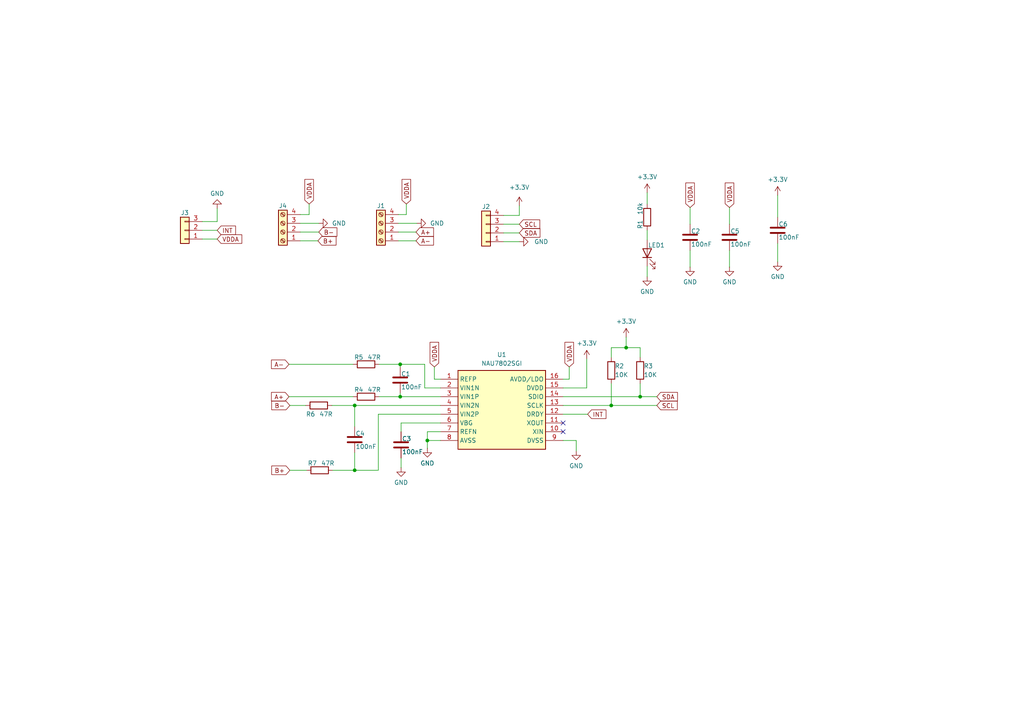
<source format=kicad_sch>
(kicad_sch
	(version 20231120)
	(generator "eeschema")
	(generator_version "8.0")
	(uuid "57d57e02-fa95-4e36-90df-4e7057231a39")
	(paper "A4")
	(title_block
		(title "B-NAU7802-BRK-01MBR-R01")
		(date "10.05.2024")
		(rev "01")
		(company "BOARDOZA")
		(comment 1 "Hamza Bülkü ")
	)
	(lib_symbols
		(symbol "Connector:Screw_Terminal_01x04"
			(pin_names
				(offset 1.016) hide)
			(exclude_from_sim no)
			(in_bom yes)
			(on_board yes)
			(property "Reference" "J"
				(at 0 5.08 0)
				(effects
					(font
						(size 1.27 1.27)
					)
				)
			)
			(property "Value" "Screw_Terminal_01x04"
				(at 0 -7.62 0)
				(effects
					(font
						(size 1.27 1.27)
					)
				)
			)
			(property "Footprint" ""
				(at 0 0 0)
				(effects
					(font
						(size 1.27 1.27)
					)
					(hide yes)
				)
			)
			(property "Datasheet" "~"
				(at 0 0 0)
				(effects
					(font
						(size 1.27 1.27)
					)
					(hide yes)
				)
			)
			(property "Description" "Generic screw terminal, single row, 01x04, script generated (kicad-library-utils/schlib/autogen/connector/)"
				(at 0 0 0)
				(effects
					(font
						(size 1.27 1.27)
					)
					(hide yes)
				)
			)
			(property "ki_keywords" "screw terminal"
				(at 0 0 0)
				(effects
					(font
						(size 1.27 1.27)
					)
					(hide yes)
				)
			)
			(property "ki_fp_filters" "TerminalBlock*:*"
				(at 0 0 0)
				(effects
					(font
						(size 1.27 1.27)
					)
					(hide yes)
				)
			)
			(symbol "Screw_Terminal_01x04_1_1"
				(rectangle
					(start -1.27 3.81)
					(end 1.27 -6.35)
					(stroke
						(width 0.254)
						(type default)
					)
					(fill
						(type background)
					)
				)
				(circle
					(center 0 -5.08)
					(radius 0.635)
					(stroke
						(width 0.1524)
						(type default)
					)
					(fill
						(type none)
					)
				)
				(circle
					(center 0 -2.54)
					(radius 0.635)
					(stroke
						(width 0.1524)
						(type default)
					)
					(fill
						(type none)
					)
				)
				(polyline
					(pts
						(xy -0.5334 -4.7498) (xy 0.3302 -5.588)
					)
					(stroke
						(width 0.1524)
						(type default)
					)
					(fill
						(type none)
					)
				)
				(polyline
					(pts
						(xy -0.5334 -2.2098) (xy 0.3302 -3.048)
					)
					(stroke
						(width 0.1524)
						(type default)
					)
					(fill
						(type none)
					)
				)
				(polyline
					(pts
						(xy -0.5334 0.3302) (xy 0.3302 -0.508)
					)
					(stroke
						(width 0.1524)
						(type default)
					)
					(fill
						(type none)
					)
				)
				(polyline
					(pts
						(xy -0.5334 2.8702) (xy 0.3302 2.032)
					)
					(stroke
						(width 0.1524)
						(type default)
					)
					(fill
						(type none)
					)
				)
				(polyline
					(pts
						(xy -0.3556 -4.572) (xy 0.508 -5.4102)
					)
					(stroke
						(width 0.1524)
						(type default)
					)
					(fill
						(type none)
					)
				)
				(polyline
					(pts
						(xy -0.3556 -2.032) (xy 0.508 -2.8702)
					)
					(stroke
						(width 0.1524)
						(type default)
					)
					(fill
						(type none)
					)
				)
				(polyline
					(pts
						(xy -0.3556 0.508) (xy 0.508 -0.3302)
					)
					(stroke
						(width 0.1524)
						(type default)
					)
					(fill
						(type none)
					)
				)
				(polyline
					(pts
						(xy -0.3556 3.048) (xy 0.508 2.2098)
					)
					(stroke
						(width 0.1524)
						(type default)
					)
					(fill
						(type none)
					)
				)
				(circle
					(center 0 0)
					(radius 0.635)
					(stroke
						(width 0.1524)
						(type default)
					)
					(fill
						(type none)
					)
				)
				(circle
					(center 0 2.54)
					(radius 0.635)
					(stroke
						(width 0.1524)
						(type default)
					)
					(fill
						(type none)
					)
				)
				(pin passive line
					(at -5.08 2.54 0)
					(length 3.81)
					(name "Pin_1"
						(effects
							(font
								(size 1.27 1.27)
							)
						)
					)
					(number "1"
						(effects
							(font
								(size 1.27 1.27)
							)
						)
					)
				)
				(pin passive line
					(at -5.08 0 0)
					(length 3.81)
					(name "Pin_2"
						(effects
							(font
								(size 1.27 1.27)
							)
						)
					)
					(number "2"
						(effects
							(font
								(size 1.27 1.27)
							)
						)
					)
				)
				(pin passive line
					(at -5.08 -2.54 0)
					(length 3.81)
					(name "Pin_3"
						(effects
							(font
								(size 1.27 1.27)
							)
						)
					)
					(number "3"
						(effects
							(font
								(size 1.27 1.27)
							)
						)
					)
				)
				(pin passive line
					(at -5.08 -5.08 0)
					(length 3.81)
					(name "Pin_4"
						(effects
							(font
								(size 1.27 1.27)
							)
						)
					)
					(number "4"
						(effects
							(font
								(size 1.27 1.27)
							)
						)
					)
				)
			)
		)
		(symbol "Connector_Generic:Conn_01x03"
			(pin_names
				(offset 1.016) hide)
			(exclude_from_sim no)
			(in_bom yes)
			(on_board yes)
			(property "Reference" "J"
				(at 0 5.08 0)
				(effects
					(font
						(size 1.27 1.27)
					)
				)
			)
			(property "Value" "Conn_01x03"
				(at 0 -5.08 0)
				(effects
					(font
						(size 1.27 1.27)
					)
				)
			)
			(property "Footprint" ""
				(at 0 0 0)
				(effects
					(font
						(size 1.27 1.27)
					)
					(hide yes)
				)
			)
			(property "Datasheet" "~"
				(at 0 0 0)
				(effects
					(font
						(size 1.27 1.27)
					)
					(hide yes)
				)
			)
			(property "Description" "Generic connector, single row, 01x03, script generated (kicad-library-utils/schlib/autogen/connector/)"
				(at 0 0 0)
				(effects
					(font
						(size 1.27 1.27)
					)
					(hide yes)
				)
			)
			(property "ki_keywords" "connector"
				(at 0 0 0)
				(effects
					(font
						(size 1.27 1.27)
					)
					(hide yes)
				)
			)
			(property "ki_fp_filters" "Connector*:*_1x??_*"
				(at 0 0 0)
				(effects
					(font
						(size 1.27 1.27)
					)
					(hide yes)
				)
			)
			(symbol "Conn_01x03_1_1"
				(rectangle
					(start -1.27 -2.413)
					(end 0 -2.667)
					(stroke
						(width 0.1524)
						(type default)
					)
					(fill
						(type none)
					)
				)
				(rectangle
					(start -1.27 0.127)
					(end 0 -0.127)
					(stroke
						(width 0.1524)
						(type default)
					)
					(fill
						(type none)
					)
				)
				(rectangle
					(start -1.27 2.667)
					(end 0 2.413)
					(stroke
						(width 0.1524)
						(type default)
					)
					(fill
						(type none)
					)
				)
				(rectangle
					(start -1.27 3.81)
					(end 1.27 -3.81)
					(stroke
						(width 0.254)
						(type default)
					)
					(fill
						(type background)
					)
				)
				(pin passive line
					(at -5.08 2.54 0)
					(length 3.81)
					(name "Pin_1"
						(effects
							(font
								(size 1.27 1.27)
							)
						)
					)
					(number "1"
						(effects
							(font
								(size 1.27 1.27)
							)
						)
					)
				)
				(pin passive line
					(at -5.08 0 0)
					(length 3.81)
					(name "Pin_2"
						(effects
							(font
								(size 1.27 1.27)
							)
						)
					)
					(number "2"
						(effects
							(font
								(size 1.27 1.27)
							)
						)
					)
				)
				(pin passive line
					(at -5.08 -2.54 0)
					(length 3.81)
					(name "Pin_3"
						(effects
							(font
								(size 1.27 1.27)
							)
						)
					)
					(number "3"
						(effects
							(font
								(size 1.27 1.27)
							)
						)
					)
				)
			)
		)
		(symbol "Connector_Generic:Conn_01x04"
			(pin_names
				(offset 1.016) hide)
			(exclude_from_sim no)
			(in_bom yes)
			(on_board yes)
			(property "Reference" "J"
				(at 0 5.08 0)
				(effects
					(font
						(size 1.27 1.27)
					)
				)
			)
			(property "Value" "Conn_01x04"
				(at 0 -7.62 0)
				(effects
					(font
						(size 1.27 1.27)
					)
				)
			)
			(property "Footprint" ""
				(at 0 0 0)
				(effects
					(font
						(size 1.27 1.27)
					)
					(hide yes)
				)
			)
			(property "Datasheet" "~"
				(at 0 0 0)
				(effects
					(font
						(size 1.27 1.27)
					)
					(hide yes)
				)
			)
			(property "Description" "Generic connector, single row, 01x04, script generated (kicad-library-utils/schlib/autogen/connector/)"
				(at 0 0 0)
				(effects
					(font
						(size 1.27 1.27)
					)
					(hide yes)
				)
			)
			(property "ki_keywords" "connector"
				(at 0 0 0)
				(effects
					(font
						(size 1.27 1.27)
					)
					(hide yes)
				)
			)
			(property "ki_fp_filters" "Connector*:*_1x??_*"
				(at 0 0 0)
				(effects
					(font
						(size 1.27 1.27)
					)
					(hide yes)
				)
			)
			(symbol "Conn_01x04_1_1"
				(rectangle
					(start -1.27 -4.953)
					(end 0 -5.207)
					(stroke
						(width 0.1524)
						(type default)
					)
					(fill
						(type none)
					)
				)
				(rectangle
					(start -1.27 -2.413)
					(end 0 -2.667)
					(stroke
						(width 0.1524)
						(type default)
					)
					(fill
						(type none)
					)
				)
				(rectangle
					(start -1.27 0.127)
					(end 0 -0.127)
					(stroke
						(width 0.1524)
						(type default)
					)
					(fill
						(type none)
					)
				)
				(rectangle
					(start -1.27 2.667)
					(end 0 2.413)
					(stroke
						(width 0.1524)
						(type default)
					)
					(fill
						(type none)
					)
				)
				(rectangle
					(start -1.27 3.81)
					(end 1.27 -6.35)
					(stroke
						(width 0.254)
						(type default)
					)
					(fill
						(type background)
					)
				)
				(pin passive line
					(at -5.08 2.54 0)
					(length 3.81)
					(name "Pin_1"
						(effects
							(font
								(size 1.27 1.27)
							)
						)
					)
					(number "1"
						(effects
							(font
								(size 1.27 1.27)
							)
						)
					)
				)
				(pin passive line
					(at -5.08 0 0)
					(length 3.81)
					(name "Pin_2"
						(effects
							(font
								(size 1.27 1.27)
							)
						)
					)
					(number "2"
						(effects
							(font
								(size 1.27 1.27)
							)
						)
					)
				)
				(pin passive line
					(at -5.08 -2.54 0)
					(length 3.81)
					(name "Pin_3"
						(effects
							(font
								(size 1.27 1.27)
							)
						)
					)
					(number "3"
						(effects
							(font
								(size 1.27 1.27)
							)
						)
					)
				)
				(pin passive line
					(at -5.08 -5.08 0)
					(length 3.81)
					(name "Pin_4"
						(effects
							(font
								(size 1.27 1.27)
							)
						)
					)
					(number "4"
						(effects
							(font
								(size 1.27 1.27)
							)
						)
					)
				)
			)
		)
		(symbol "Device:C"
			(pin_numbers hide)
			(pin_names
				(offset 0.254)
			)
			(exclude_from_sim no)
			(in_bom yes)
			(on_board yes)
			(property "Reference" "C"
				(at 0.635 2.54 0)
				(effects
					(font
						(size 1.27 1.27)
					)
					(justify left)
				)
			)
			(property "Value" "C"
				(at 0.635 -2.54 0)
				(effects
					(font
						(size 1.27 1.27)
					)
					(justify left)
				)
			)
			(property "Footprint" ""
				(at 0.9652 -3.81 0)
				(effects
					(font
						(size 1.27 1.27)
					)
					(hide yes)
				)
			)
			(property "Datasheet" "~"
				(at 0 0 0)
				(effects
					(font
						(size 1.27 1.27)
					)
					(hide yes)
				)
			)
			(property "Description" "Unpolarized capacitor"
				(at 0 0 0)
				(effects
					(font
						(size 1.27 1.27)
					)
					(hide yes)
				)
			)
			(property "ki_keywords" "cap capacitor"
				(at 0 0 0)
				(effects
					(font
						(size 1.27 1.27)
					)
					(hide yes)
				)
			)
			(property "ki_fp_filters" "C_*"
				(at 0 0 0)
				(effects
					(font
						(size 1.27 1.27)
					)
					(hide yes)
				)
			)
			(symbol "C_0_1"
				(polyline
					(pts
						(xy -2.032 -0.762) (xy 2.032 -0.762)
					)
					(stroke
						(width 0.508)
						(type default)
					)
					(fill
						(type none)
					)
				)
				(polyline
					(pts
						(xy -2.032 0.762) (xy 2.032 0.762)
					)
					(stroke
						(width 0.508)
						(type default)
					)
					(fill
						(type none)
					)
				)
			)
			(symbol "C_1_1"
				(pin passive line
					(at 0 3.81 270)
					(length 2.794)
					(name "~"
						(effects
							(font
								(size 1.27 1.27)
							)
						)
					)
					(number "1"
						(effects
							(font
								(size 1.27 1.27)
							)
						)
					)
				)
				(pin passive line
					(at 0 -3.81 90)
					(length 2.794)
					(name "~"
						(effects
							(font
								(size 1.27 1.27)
							)
						)
					)
					(number "2"
						(effects
							(font
								(size 1.27 1.27)
							)
						)
					)
				)
			)
		)
		(symbol "Device:LED"
			(pin_numbers hide)
			(pin_names
				(offset 1.016) hide)
			(exclude_from_sim no)
			(in_bom yes)
			(on_board yes)
			(property "Reference" "D"
				(at 0 2.54 0)
				(effects
					(font
						(size 1.27 1.27)
					)
				)
			)
			(property "Value" "LED"
				(at 0 -2.54 0)
				(effects
					(font
						(size 1.27 1.27)
					)
				)
			)
			(property "Footprint" ""
				(at 0 0 0)
				(effects
					(font
						(size 1.27 1.27)
					)
					(hide yes)
				)
			)
			(property "Datasheet" "~"
				(at 0 0 0)
				(effects
					(font
						(size 1.27 1.27)
					)
					(hide yes)
				)
			)
			(property "Description" "Light emitting diode"
				(at 0 0 0)
				(effects
					(font
						(size 1.27 1.27)
					)
					(hide yes)
				)
			)
			(property "ki_keywords" "LED diode"
				(at 0 0 0)
				(effects
					(font
						(size 1.27 1.27)
					)
					(hide yes)
				)
			)
			(property "ki_fp_filters" "LED* LED_SMD:* LED_THT:*"
				(at 0 0 0)
				(effects
					(font
						(size 1.27 1.27)
					)
					(hide yes)
				)
			)
			(symbol "LED_0_1"
				(polyline
					(pts
						(xy -1.27 -1.27) (xy -1.27 1.27)
					)
					(stroke
						(width 0.254)
						(type default)
					)
					(fill
						(type none)
					)
				)
				(polyline
					(pts
						(xy -1.27 0) (xy 1.27 0)
					)
					(stroke
						(width 0)
						(type default)
					)
					(fill
						(type none)
					)
				)
				(polyline
					(pts
						(xy 1.27 -1.27) (xy 1.27 1.27) (xy -1.27 0) (xy 1.27 -1.27)
					)
					(stroke
						(width 0.254)
						(type default)
					)
					(fill
						(type none)
					)
				)
				(polyline
					(pts
						(xy -3.048 -0.762) (xy -4.572 -2.286) (xy -3.81 -2.286) (xy -4.572 -2.286) (xy -4.572 -1.524)
					)
					(stroke
						(width 0)
						(type default)
					)
					(fill
						(type none)
					)
				)
				(polyline
					(pts
						(xy -1.778 -0.762) (xy -3.302 -2.286) (xy -2.54 -2.286) (xy -3.302 -2.286) (xy -3.302 -1.524)
					)
					(stroke
						(width 0)
						(type default)
					)
					(fill
						(type none)
					)
				)
			)
			(symbol "LED_1_1"
				(pin passive line
					(at -3.81 0 0)
					(length 2.54)
					(name "K"
						(effects
							(font
								(size 1.27 1.27)
							)
						)
					)
					(number "1"
						(effects
							(font
								(size 1.27 1.27)
							)
						)
					)
				)
				(pin passive line
					(at 3.81 0 180)
					(length 2.54)
					(name "A"
						(effects
							(font
								(size 1.27 1.27)
							)
						)
					)
					(number "2"
						(effects
							(font
								(size 1.27 1.27)
							)
						)
					)
				)
			)
		)
		(symbol "Device:R"
			(pin_numbers hide)
			(pin_names
				(offset 0)
			)
			(exclude_from_sim no)
			(in_bom yes)
			(on_board yes)
			(property "Reference" "R"
				(at 2.032 0 90)
				(effects
					(font
						(size 1.27 1.27)
					)
				)
			)
			(property "Value" "R"
				(at 0 0 90)
				(effects
					(font
						(size 1.27 1.27)
					)
				)
			)
			(property "Footprint" ""
				(at -1.778 0 90)
				(effects
					(font
						(size 1.27 1.27)
					)
					(hide yes)
				)
			)
			(property "Datasheet" "~"
				(at 0 0 0)
				(effects
					(font
						(size 1.27 1.27)
					)
					(hide yes)
				)
			)
			(property "Description" "Resistor"
				(at 0 0 0)
				(effects
					(font
						(size 1.27 1.27)
					)
					(hide yes)
				)
			)
			(property "ki_keywords" "R res resistor"
				(at 0 0 0)
				(effects
					(font
						(size 1.27 1.27)
					)
					(hide yes)
				)
			)
			(property "ki_fp_filters" "R_*"
				(at 0 0 0)
				(effects
					(font
						(size 1.27 1.27)
					)
					(hide yes)
				)
			)
			(symbol "R_0_1"
				(rectangle
					(start -1.016 -2.54)
					(end 1.016 2.54)
					(stroke
						(width 0.254)
						(type default)
					)
					(fill
						(type none)
					)
				)
			)
			(symbol "R_1_1"
				(pin passive line
					(at 0 3.81 270)
					(length 1.27)
					(name "~"
						(effects
							(font
								(size 1.27 1.27)
							)
						)
					)
					(number "1"
						(effects
							(font
								(size 1.27 1.27)
							)
						)
					)
				)
				(pin passive line
					(at 0 -3.81 90)
					(length 1.27)
					(name "~"
						(effects
							(font
								(size 1.27 1.27)
							)
						)
					)
					(number "2"
						(effects
							(font
								(size 1.27 1.27)
							)
						)
					)
				)
			)
		)
		(symbol "NAU7802SGI:NAU7802SGI"
			(exclude_from_sim no)
			(in_bom yes)
			(on_board yes)
			(property "Reference" "IC"
				(at 31.75 7.62 0)
				(effects
					(font
						(size 1.27 1.27)
					)
					(justify left top)
				)
			)
			(property "Value" "NAU7802SGI"
				(at 31.75 5.08 0)
				(effects
					(font
						(size 1.27 1.27)
					)
					(justify left top)
				)
			)
			(property "Footprint" "SOIC127P600X175-16N"
				(at 31.75 -94.92 0)
				(effects
					(font
						(size 1.27 1.27)
					)
					(justify left top)
					(hide yes)
				)
			)
			(property "Datasheet" "https://www.nuvoton.com/resource-files/NAU7802%20Data%20Sheet%20V1.7.pdf"
				(at 31.75 -194.92 0)
				(effects
					(font
						(size 1.27 1.27)
					)
					(justify left top)
					(hide yes)
				)
			)
			(property "Description" "24 Bit Analog to Digital Converter 2 Input 1 Sigma-Delta 16-SOP"
				(at 0 0 0)
				(effects
					(font
						(size 1.27 1.27)
					)
					(hide yes)
				)
			)
			(property "Height" "1.75"
				(at 31.75 -394.92 0)
				(effects
					(font
						(size 1.27 1.27)
					)
					(justify left top)
					(hide yes)
				)
			)
			(property "Manufacturer_Name" "Nuvoton"
				(at 31.75 -494.92 0)
				(effects
					(font
						(size 1.27 1.27)
					)
					(justify left top)
					(hide yes)
				)
			)
			(property "Manufacturer_Part_Number" "NAU7802SGI"
				(at 31.75 -594.92 0)
				(effects
					(font
						(size 1.27 1.27)
					)
					(justify left top)
					(hide yes)
				)
			)
			(property "Mouser Part Number" ""
				(at 31.75 -694.92 0)
				(effects
					(font
						(size 1.27 1.27)
					)
					(justify left top)
					(hide yes)
				)
			)
			(property "Mouser Price/Stock" ""
				(at 31.75 -794.92 0)
				(effects
					(font
						(size 1.27 1.27)
					)
					(justify left top)
					(hide yes)
				)
			)
			(property "Arrow Part Number" "NAU7802SGI"
				(at 31.75 -894.92 0)
				(effects
					(font
						(size 1.27 1.27)
					)
					(justify left top)
					(hide yes)
				)
			)
			(property "Arrow Price/Stock" "https://www.arrow.com/en/products/nau7802sgi/nuvoton-technology?region=nac"
				(at 31.75 -994.92 0)
				(effects
					(font
						(size 1.27 1.27)
					)
					(justify left top)
					(hide yes)
				)
			)
			(symbol "NAU7802SGI_1_1"
				(rectangle
					(start 5.08 2.54)
					(end 30.48 -20.32)
					(stroke
						(width 0.254)
						(type default)
					)
					(fill
						(type background)
					)
				)
				(pin passive line
					(at 0 0 0)
					(length 5.08)
					(name "REFP"
						(effects
							(font
								(size 1.27 1.27)
							)
						)
					)
					(number "1"
						(effects
							(font
								(size 1.27 1.27)
							)
						)
					)
				)
				(pin passive line
					(at 35.56 -15.24 180)
					(length 5.08)
					(name "XIN"
						(effects
							(font
								(size 1.27 1.27)
							)
						)
					)
					(number "10"
						(effects
							(font
								(size 1.27 1.27)
							)
						)
					)
				)
				(pin passive line
					(at 35.56 -12.7 180)
					(length 5.08)
					(name "XOUT"
						(effects
							(font
								(size 1.27 1.27)
							)
						)
					)
					(number "11"
						(effects
							(font
								(size 1.27 1.27)
							)
						)
					)
				)
				(pin passive line
					(at 35.56 -10.16 180)
					(length 5.08)
					(name "DRDY"
						(effects
							(font
								(size 1.27 1.27)
							)
						)
					)
					(number "12"
						(effects
							(font
								(size 1.27 1.27)
							)
						)
					)
				)
				(pin passive line
					(at 35.56 -7.62 180)
					(length 5.08)
					(name "SCLK"
						(effects
							(font
								(size 1.27 1.27)
							)
						)
					)
					(number "13"
						(effects
							(font
								(size 1.27 1.27)
							)
						)
					)
				)
				(pin passive line
					(at 35.56 -5.08 180)
					(length 5.08)
					(name "SDIO"
						(effects
							(font
								(size 1.27 1.27)
							)
						)
					)
					(number "14"
						(effects
							(font
								(size 1.27 1.27)
							)
						)
					)
				)
				(pin passive line
					(at 35.56 -2.54 180)
					(length 5.08)
					(name "DVDD"
						(effects
							(font
								(size 1.27 1.27)
							)
						)
					)
					(number "15"
						(effects
							(font
								(size 1.27 1.27)
							)
						)
					)
				)
				(pin passive line
					(at 35.56 0 180)
					(length 5.08)
					(name "AVDD/LDO"
						(effects
							(font
								(size 1.27 1.27)
							)
						)
					)
					(number "16"
						(effects
							(font
								(size 1.27 1.27)
							)
						)
					)
				)
				(pin passive line
					(at 0 -2.54 0)
					(length 5.08)
					(name "VIN1N"
						(effects
							(font
								(size 1.27 1.27)
							)
						)
					)
					(number "2"
						(effects
							(font
								(size 1.27 1.27)
							)
						)
					)
				)
				(pin passive line
					(at 0 -5.08 0)
					(length 5.08)
					(name "VIN1P"
						(effects
							(font
								(size 1.27 1.27)
							)
						)
					)
					(number "3"
						(effects
							(font
								(size 1.27 1.27)
							)
						)
					)
				)
				(pin passive line
					(at 0 -7.62 0)
					(length 5.08)
					(name "VIN2N"
						(effects
							(font
								(size 1.27 1.27)
							)
						)
					)
					(number "4"
						(effects
							(font
								(size 1.27 1.27)
							)
						)
					)
				)
				(pin passive line
					(at 0 -10.16 0)
					(length 5.08)
					(name "VIN2P"
						(effects
							(font
								(size 1.27 1.27)
							)
						)
					)
					(number "5"
						(effects
							(font
								(size 1.27 1.27)
							)
						)
					)
				)
				(pin passive line
					(at 0 -12.7 0)
					(length 5.08)
					(name "VBG"
						(effects
							(font
								(size 1.27 1.27)
							)
						)
					)
					(number "6"
						(effects
							(font
								(size 1.27 1.27)
							)
						)
					)
				)
				(pin passive line
					(at 0 -15.24 0)
					(length 5.08)
					(name "REFN"
						(effects
							(font
								(size 1.27 1.27)
							)
						)
					)
					(number "7"
						(effects
							(font
								(size 1.27 1.27)
							)
						)
					)
				)
				(pin passive line
					(at 0 -17.78 0)
					(length 5.08)
					(name "AVSS"
						(effects
							(font
								(size 1.27 1.27)
							)
						)
					)
					(number "8"
						(effects
							(font
								(size 1.27 1.27)
							)
						)
					)
				)
				(pin passive line
					(at 35.56 -17.78 180)
					(length 5.08)
					(name "DVSS"
						(effects
							(font
								(size 1.27 1.27)
							)
						)
					)
					(number "9"
						(effects
							(font
								(size 1.27 1.27)
							)
						)
					)
				)
			)
		)
		(symbol "power:+3.3V"
			(power)
			(pin_numbers hide)
			(pin_names
				(offset 0) hide)
			(exclude_from_sim no)
			(in_bom yes)
			(on_board yes)
			(property "Reference" "#PWR"
				(at 0 -3.81 0)
				(effects
					(font
						(size 1.27 1.27)
					)
					(hide yes)
				)
			)
			(property "Value" "+3.3V"
				(at 0 3.556 0)
				(effects
					(font
						(size 1.27 1.27)
					)
				)
			)
			(property "Footprint" ""
				(at 0 0 0)
				(effects
					(font
						(size 1.27 1.27)
					)
					(hide yes)
				)
			)
			(property "Datasheet" ""
				(at 0 0 0)
				(effects
					(font
						(size 1.27 1.27)
					)
					(hide yes)
				)
			)
			(property "Description" "Power symbol creates a global label with name \"+3.3V\""
				(at 0 0 0)
				(effects
					(font
						(size 1.27 1.27)
					)
					(hide yes)
				)
			)
			(property "ki_keywords" "global power"
				(at 0 0 0)
				(effects
					(font
						(size 1.27 1.27)
					)
					(hide yes)
				)
			)
			(symbol "+3.3V_0_1"
				(polyline
					(pts
						(xy -0.762 1.27) (xy 0 2.54)
					)
					(stroke
						(width 0)
						(type default)
					)
					(fill
						(type none)
					)
				)
				(polyline
					(pts
						(xy 0 0) (xy 0 2.54)
					)
					(stroke
						(width 0)
						(type default)
					)
					(fill
						(type none)
					)
				)
				(polyline
					(pts
						(xy 0 2.54) (xy 0.762 1.27)
					)
					(stroke
						(width 0)
						(type default)
					)
					(fill
						(type none)
					)
				)
			)
			(symbol "+3.3V_1_1"
				(pin power_in line
					(at 0 0 90)
					(length 0)
					(name "~"
						(effects
							(font
								(size 1.27 1.27)
							)
						)
					)
					(number "1"
						(effects
							(font
								(size 1.27 1.27)
							)
						)
					)
				)
			)
		)
		(symbol "power:GND"
			(power)
			(pin_numbers hide)
			(pin_names
				(offset 0) hide)
			(exclude_from_sim no)
			(in_bom yes)
			(on_board yes)
			(property "Reference" "#PWR"
				(at 0 -6.35 0)
				(effects
					(font
						(size 1.27 1.27)
					)
					(hide yes)
				)
			)
			(property "Value" "GND"
				(at 0 -3.81 0)
				(effects
					(font
						(size 1.27 1.27)
					)
				)
			)
			(property "Footprint" ""
				(at 0 0 0)
				(effects
					(font
						(size 1.27 1.27)
					)
					(hide yes)
				)
			)
			(property "Datasheet" ""
				(at 0 0 0)
				(effects
					(font
						(size 1.27 1.27)
					)
					(hide yes)
				)
			)
			(property "Description" "Power symbol creates a global label with name \"GND\" , ground"
				(at 0 0 0)
				(effects
					(font
						(size 1.27 1.27)
					)
					(hide yes)
				)
			)
			(property "ki_keywords" "global power"
				(at 0 0 0)
				(effects
					(font
						(size 1.27 1.27)
					)
					(hide yes)
				)
			)
			(symbol "GND_0_1"
				(polyline
					(pts
						(xy 0 0) (xy 0 -1.27) (xy 1.27 -1.27) (xy 0 -2.54) (xy -1.27 -1.27) (xy 0 -1.27)
					)
					(stroke
						(width 0)
						(type default)
					)
					(fill
						(type none)
					)
				)
			)
			(symbol "GND_1_1"
				(pin power_in line
					(at 0 0 270)
					(length 0)
					(name "~"
						(effects
							(font
								(size 1.27 1.27)
							)
						)
					)
					(number "1"
						(effects
							(font
								(size 1.27 1.27)
							)
						)
					)
				)
			)
		)
	)
	(junction
		(at 102.87 136.398)
		(diameter 0)
		(color 0 0 0 0)
		(uuid "05842549-6d49-4519-87a2-dff5b1a43fd4")
	)
	(junction
		(at 123.952 127.762)
		(diameter 0)
		(color 0 0 0 0)
		(uuid "103753d5-21dd-4edb-b13d-9bb058f4fe6c")
	)
	(junction
		(at 102.87 117.602)
		(diameter 0)
		(color 0 0 0 0)
		(uuid "5cf2fc2d-acdf-4ed0-abd8-5347d9adc5d6")
	)
	(junction
		(at 181.61 100.838)
		(diameter 0)
		(color 0 0 0 0)
		(uuid "7fd55c52-004c-4614-a1e0-8ee91005621f")
	)
	(junction
		(at 116.078 105.664)
		(diameter 0)
		(color 0 0 0 0)
		(uuid "b7b2772a-4b81-41d3-82e0-7b549f4fcaf9")
	)
	(junction
		(at 177.292 117.602)
		(diameter 0)
		(color 0 0 0 0)
		(uuid "b941f0e4-749a-49d0-a4fc-bece3352ec16")
	)
	(junction
		(at 116.078 115.062)
		(diameter 0)
		(color 0 0 0 0)
		(uuid "cd0d1e4b-ee1b-44da-b5d0-70cd9a7d7f0a")
	)
	(junction
		(at 185.674 115.062)
		(diameter 0)
		(color 0 0 0 0)
		(uuid "d5a928ef-c7d6-4afd-a5e6-e9c857e17ff9")
	)
	(no_connect
		(at 163.322 125.222)
		(uuid "671aa81c-33ec-485b-aa06-a154fd7ddb79")
	)
	(no_connect
		(at 163.322 122.682)
		(uuid "7e4e1383-d18d-49d8-83d8-4d58ca96299a")
	)
	(wire
		(pts
			(xy 96.52 136.398) (xy 102.87 136.398)
		)
		(stroke
			(width 0)
			(type default)
		)
		(uuid "035c4e41-c17f-4bcf-becc-cada45c4a6ab")
	)
	(wire
		(pts
			(xy 211.582 60.198) (xy 211.582 65.024)
		)
		(stroke
			(width 0)
			(type default)
		)
		(uuid "069efad8-8936-4d85-ad41-fc44d6e912c7")
	)
	(wire
		(pts
			(xy 150.622 65.024) (xy 146.05 65.024)
		)
		(stroke
			(width 0)
			(type default)
		)
		(uuid "07a7816d-5064-47c5-8ef9-69d87709bd44")
	)
	(wire
		(pts
			(xy 200.152 77.47) (xy 200.152 72.644)
		)
		(stroke
			(width 0)
			(type default)
		)
		(uuid "172577f0-b6d1-4904-bbca-85f24e9c6257")
	)
	(wire
		(pts
			(xy 170.18 112.522) (xy 163.322 112.522)
		)
		(stroke
			(width 0)
			(type default)
		)
		(uuid "17adf5d7-0097-4244-a977-8ab39761437c")
	)
	(wire
		(pts
			(xy 181.61 100.838) (xy 185.674 100.838)
		)
		(stroke
			(width 0)
			(type default)
		)
		(uuid "196fe758-8c55-45e4-8ef7-07f5437acee0")
	)
	(wire
		(pts
			(xy 190.5 117.602) (xy 177.292 117.602)
		)
		(stroke
			(width 0)
			(type default)
		)
		(uuid "1a17a73d-be06-42d9-9ce1-202b07bdc2ce")
	)
	(wire
		(pts
			(xy 102.87 117.602) (xy 102.87 123.698)
		)
		(stroke
			(width 0)
			(type default)
		)
		(uuid "1ff31753-9473-4695-8ba4-4b80b1f31bd1")
	)
	(wire
		(pts
			(xy 109.982 105.664) (xy 116.078 105.664)
		)
		(stroke
			(width 0)
			(type default)
		)
		(uuid "215455bf-063c-41b2-a3d5-89ad12ca57ab")
	)
	(wire
		(pts
			(xy 62.992 69.342) (xy 58.674 69.342)
		)
		(stroke
			(width 0)
			(type default)
		)
		(uuid "25ae11fb-5c66-4f74-9241-e98ba995122c")
	)
	(wire
		(pts
			(xy 185.674 115.062) (xy 163.322 115.062)
		)
		(stroke
			(width 0)
			(type default)
		)
		(uuid "2784c91d-0aab-4552-9f35-f0393db5deb0")
	)
	(wire
		(pts
			(xy 116.078 105.664) (xy 116.078 106.426)
		)
		(stroke
			(width 0)
			(type default)
		)
		(uuid "2adb3f52-89df-4c4f-a902-306238d3c281")
	)
	(wire
		(pts
			(xy 96.266 117.602) (xy 102.87 117.602)
		)
		(stroke
			(width 0)
			(type default)
		)
		(uuid "34ed7ff5-0ead-45c2-9974-db789c7839c8")
	)
	(wire
		(pts
			(xy 62.992 64.262) (xy 58.674 64.262)
		)
		(stroke
			(width 0)
			(type default)
		)
		(uuid "364e102d-ce71-452c-9208-616ce2b18ce7")
	)
	(wire
		(pts
			(xy 109.728 120.142) (xy 109.728 136.398)
		)
		(stroke
			(width 0)
			(type default)
		)
		(uuid "3afc1487-2f05-4188-a5b0-7676a5401db9")
	)
	(wire
		(pts
			(xy 181.61 100.838) (xy 177.292 100.838)
		)
		(stroke
			(width 0)
			(type default)
		)
		(uuid "3f8d8821-4666-4774-b0b1-ef65d18ffc1b")
	)
	(wire
		(pts
			(xy 83.82 105.664) (xy 102.362 105.664)
		)
		(stroke
			(width 0)
			(type default)
		)
		(uuid "413b03b6-6d26-4a27-875e-0201171182db")
	)
	(wire
		(pts
			(xy 123.952 130.048) (xy 123.952 127.762)
		)
		(stroke
			(width 0)
			(type default)
		)
		(uuid "42bea9fb-5727-489e-8c16-5fe12b0b4845")
	)
	(wire
		(pts
			(xy 177.292 117.602) (xy 163.322 117.602)
		)
		(stroke
			(width 0)
			(type default)
		)
		(uuid "47cedeed-2265-4dff-b5c4-2f1c97084328")
	)
	(wire
		(pts
			(xy 109.982 115.062) (xy 116.078 115.062)
		)
		(stroke
			(width 0)
			(type default)
		)
		(uuid "48ac573d-7f54-4615-8c06-2d6596b515d0")
	)
	(wire
		(pts
			(xy 177.292 100.838) (xy 177.292 103.632)
		)
		(stroke
			(width 0)
			(type default)
		)
		(uuid "4abded8d-ab39-47d1-a329-fb76ce17a4d5")
	)
	(wire
		(pts
			(xy 123.19 112.522) (xy 123.19 105.664)
		)
		(stroke
			(width 0)
			(type default)
		)
		(uuid "4f7b0e8e-d47b-4898-aa00-e39ebb43ec52")
	)
	(wire
		(pts
			(xy 62.992 60.452) (xy 62.992 64.262)
		)
		(stroke
			(width 0)
			(type default)
		)
		(uuid "52bdf7b7-bb9e-4476-8bd5-91850c980e1e")
	)
	(wire
		(pts
			(xy 116.078 115.062) (xy 127.762 115.062)
		)
		(stroke
			(width 0)
			(type default)
		)
		(uuid "54241d92-eea6-4162-b6ca-dd6cd388d68b")
	)
	(wire
		(pts
			(xy 117.856 62.23) (xy 115.57 62.23)
		)
		(stroke
			(width 0)
			(type default)
		)
		(uuid "5777507e-00cb-40dc-b12f-850de6bc49b0")
	)
	(wire
		(pts
			(xy 165.1 109.982) (xy 163.322 109.982)
		)
		(stroke
			(width 0)
			(type default)
		)
		(uuid "5afddb00-ab41-45ed-a0bc-4e6edb14ef3f")
	)
	(wire
		(pts
			(xy 125.984 109.982) (xy 127.762 109.982)
		)
		(stroke
			(width 0)
			(type default)
		)
		(uuid "61f498fa-6790-447c-882c-3e7862a59c89")
	)
	(wire
		(pts
			(xy 177.292 111.252) (xy 177.292 117.602)
		)
		(stroke
			(width 0)
			(type default)
		)
		(uuid "6246315f-0900-4181-ada6-a734fe5260b1")
	)
	(wire
		(pts
			(xy 211.582 77.47) (xy 211.582 72.644)
		)
		(stroke
			(width 0)
			(type default)
		)
		(uuid "65c0ea5a-77a6-4410-8f0e-63eeada791eb")
	)
	(wire
		(pts
			(xy 92.456 67.31) (xy 87.122 67.31)
		)
		(stroke
			(width 0)
			(type default)
		)
		(uuid "6847776a-2697-423a-b2cf-54b3d8fea82c")
	)
	(wire
		(pts
			(xy 123.952 127.762) (xy 127.762 127.762)
		)
		(stroke
			(width 0)
			(type default)
		)
		(uuid "6aa3f216-f616-43c1-b0e5-f8cef71ecea5")
	)
	(wire
		(pts
			(xy 225.552 75.946) (xy 225.552 70.612)
		)
		(stroke
			(width 0)
			(type default)
		)
		(uuid "6d155664-5523-4a10-a725-5d7196f9da4f")
	)
	(wire
		(pts
			(xy 170.434 120.142) (xy 163.322 120.142)
		)
		(stroke
			(width 0)
			(type default)
		)
		(uuid "6eec1b50-8a69-49bb-9016-8a4856e59137")
	)
	(wire
		(pts
			(xy 89.662 59.182) (xy 89.662 62.23)
		)
		(stroke
			(width 0)
			(type default)
		)
		(uuid "770d8e21-701c-4c69-ad1d-e8ec2b31d73e")
	)
	(wire
		(pts
			(xy 150.622 62.484) (xy 146.05 62.484)
		)
		(stroke
			(width 0)
			(type default)
		)
		(uuid "7c89da20-256a-4858-80db-04df67b30ca5")
	)
	(wire
		(pts
			(xy 181.61 97.79) (xy 181.61 100.838)
		)
		(stroke
			(width 0)
			(type default)
		)
		(uuid "7e8ccf54-e4d5-42af-b1d2-5a07b607bac0")
	)
	(wire
		(pts
			(xy 127.762 120.142) (xy 109.728 120.142)
		)
		(stroke
			(width 0)
			(type default)
		)
		(uuid "7ed3d3b4-0ada-4336-ae2f-224b0a20cef3")
	)
	(wire
		(pts
			(xy 102.87 117.602) (xy 127.762 117.602)
		)
		(stroke
			(width 0)
			(type default)
		)
		(uuid "859297e7-05eb-458a-8cf2-51263522420f")
	)
	(wire
		(pts
			(xy 123.952 125.222) (xy 123.952 127.762)
		)
		(stroke
			(width 0)
			(type default)
		)
		(uuid "8e6b0f2d-7160-4fe0-a09c-557accc7bbf7")
	)
	(wire
		(pts
			(xy 92.456 64.77) (xy 87.122 64.77)
		)
		(stroke
			(width 0)
			(type default)
		)
		(uuid "8f704923-92d0-4337-b109-0a7311fcec20")
	)
	(wire
		(pts
			(xy 185.674 103.632) (xy 185.674 100.838)
		)
		(stroke
			(width 0)
			(type default)
		)
		(uuid "8fc9e54f-dc9a-4041-a6da-4dfb2eeae46c")
	)
	(wire
		(pts
			(xy 120.904 64.77) (xy 115.57 64.77)
		)
		(stroke
			(width 0)
			(type default)
		)
		(uuid "910f83c1-bea0-4792-907b-f0c240ae0105")
	)
	(wire
		(pts
			(xy 120.65 67.31) (xy 115.57 67.31)
		)
		(stroke
			(width 0)
			(type default)
		)
		(uuid "931b0d5a-2fbc-4ac5-a45a-6a31cb1e8875")
	)
	(wire
		(pts
			(xy 127.762 112.522) (xy 123.19 112.522)
		)
		(stroke
			(width 0)
			(type default)
		)
		(uuid "93662bbb-5f5b-49e6-ada1-620c6e257112")
	)
	(wire
		(pts
			(xy 150.622 70.104) (xy 146.05 70.104)
		)
		(stroke
			(width 0)
			(type default)
		)
		(uuid "94c29640-fcdc-4f93-88dd-6f5b03be24f7")
	)
	(wire
		(pts
			(xy 89.662 62.23) (xy 87.122 62.23)
		)
		(stroke
			(width 0)
			(type default)
		)
		(uuid "99cd3e8c-c8da-45da-bea6-4dc744b064c8")
	)
	(wire
		(pts
			(xy 187.706 80.264) (xy 187.706 77.216)
		)
		(stroke
			(width 0)
			(type default)
		)
		(uuid "a2cf684b-5ccb-420a-840d-7c4c926fc43c")
	)
	(wire
		(pts
			(xy 84.074 136.398) (xy 88.9 136.398)
		)
		(stroke
			(width 0)
			(type default)
		)
		(uuid "ad2a3f7b-633a-48c7-a672-6e03f8b6a256")
	)
	(wire
		(pts
			(xy 165.1 106.426) (xy 165.1 109.982)
		)
		(stroke
			(width 0)
			(type default)
		)
		(uuid "b0989051-2f0a-4b47-b956-8e7a1f483ee5")
	)
	(wire
		(pts
			(xy 190.5 115.062) (xy 185.674 115.062)
		)
		(stroke
			(width 0)
			(type default)
		)
		(uuid "b1578580-9d40-434f-890c-43f6e039e8b8")
	)
	(wire
		(pts
			(xy 102.87 136.398) (xy 109.728 136.398)
		)
		(stroke
			(width 0)
			(type default)
		)
		(uuid "b18ce3aa-0d2f-4bd3-bdf2-1d790c0fd279")
	)
	(wire
		(pts
			(xy 116.332 135.636) (xy 116.332 132.842)
		)
		(stroke
			(width 0)
			(type default)
		)
		(uuid "c289bc59-7114-4565-be2e-a55c06ed9227")
	)
	(wire
		(pts
			(xy 127.762 125.222) (xy 123.952 125.222)
		)
		(stroke
			(width 0)
			(type default)
		)
		(uuid "c293fab3-fa0b-4bb1-ae27-209988b5352e")
	)
	(wire
		(pts
			(xy 200.152 60.198) (xy 200.152 65.024)
		)
		(stroke
			(width 0)
			(type default)
		)
		(uuid "c871c0bd-6db7-460f-8ae8-087ce0f8dfff")
	)
	(wire
		(pts
			(xy 120.65 69.85) (xy 115.57 69.85)
		)
		(stroke
			(width 0)
			(type default)
		)
		(uuid "c90b0d02-8b2e-43a0-83d6-838208d2fe85")
	)
	(wire
		(pts
			(xy 117.856 59.182) (xy 117.856 62.23)
		)
		(stroke
			(width 0)
			(type default)
		)
		(uuid "cb6e0b87-2f3c-4057-9303-e489deb23d40")
	)
	(wire
		(pts
			(xy 125.984 106.426) (xy 125.984 109.982)
		)
		(stroke
			(width 0)
			(type default)
		)
		(uuid "cf1a590f-49a3-4ca6-86f4-152d727d8562")
	)
	(wire
		(pts
			(xy 127.762 122.682) (xy 116.332 122.682)
		)
		(stroke
			(width 0)
			(type default)
		)
		(uuid "d041db21-1a52-402b-a6e7-5370bb22b300")
	)
	(wire
		(pts
			(xy 116.332 122.682) (xy 116.332 125.222)
		)
		(stroke
			(width 0)
			(type default)
		)
		(uuid "dae8c930-2c88-48ce-ab20-8967e41d82b5")
	)
	(wire
		(pts
			(xy 187.706 55.88) (xy 187.706 59.182)
		)
		(stroke
			(width 0)
			(type default)
		)
		(uuid "dbed922a-13df-487c-b958-e12c0956cde8")
	)
	(wire
		(pts
			(xy 170.18 104.14) (xy 170.18 112.522)
		)
		(stroke
			(width 0)
			(type default)
		)
		(uuid "dde6f125-568c-4c9a-bf7d-c24fa7b62e9a")
	)
	(wire
		(pts
			(xy 225.552 62.992) (xy 225.552 56.642)
		)
		(stroke
			(width 0)
			(type default)
		)
		(uuid "e1dbd32c-3174-4810-ad9e-752a48647a54")
	)
	(wire
		(pts
			(xy 150.622 67.564) (xy 146.05 67.564)
		)
		(stroke
			(width 0)
			(type default)
		)
		(uuid "e92b33eb-80dd-43ee-aa8c-878c49a5bd4e")
	)
	(wire
		(pts
			(xy 167.132 130.81) (xy 167.132 127.762)
		)
		(stroke
			(width 0)
			(type default)
		)
		(uuid "e99a9596-0eec-4a9c-96b7-81b3628984fe")
	)
	(wire
		(pts
			(xy 123.19 105.664) (xy 116.078 105.664)
		)
		(stroke
			(width 0)
			(type default)
		)
		(uuid "e9a4f224-6e1a-4c36-84b7-6827964f9a4a")
	)
	(wire
		(pts
			(xy 167.132 127.762) (xy 163.322 127.762)
		)
		(stroke
			(width 0)
			(type default)
		)
		(uuid "eb2a0ce7-541e-49df-9ba4-5819258d4b8a")
	)
	(wire
		(pts
			(xy 102.87 131.318) (xy 102.87 136.398)
		)
		(stroke
			(width 0)
			(type default)
		)
		(uuid "ecc8a3c3-dfdf-4de5-a2b9-efa0364d308a")
	)
	(wire
		(pts
			(xy 187.706 66.802) (xy 187.706 69.596)
		)
		(stroke
			(width 0)
			(type default)
		)
		(uuid "eec4c6f2-b9ee-44e5-be0b-2cefc35cf992")
	)
	(wire
		(pts
			(xy 92.202 69.85) (xy 87.122 69.85)
		)
		(stroke
			(width 0)
			(type default)
		)
		(uuid "eff3d5df-6635-4f12-9cb4-2e334dffdc8e")
	)
	(wire
		(pts
			(xy 62.992 66.802) (xy 58.674 66.802)
		)
		(stroke
			(width 0)
			(type default)
		)
		(uuid "f2e0a4ea-fc57-45be-aac9-6ae231aa1c0d")
	)
	(wire
		(pts
			(xy 83.82 115.062) (xy 102.362 115.062)
		)
		(stroke
			(width 0)
			(type default)
		)
		(uuid "f389637d-bbb2-48fe-9204-b17d504be2f8")
	)
	(wire
		(pts
			(xy 84.074 117.602) (xy 88.646 117.602)
		)
		(stroke
			(width 0)
			(type default)
		)
		(uuid "f4fa6451-3bfe-4bd6-a51f-f4b4a2294ff5")
	)
	(wire
		(pts
			(xy 116.078 115.062) (xy 116.078 114.046)
		)
		(stroke
			(width 0)
			(type default)
		)
		(uuid "f84aecd6-f155-47aa-86c7-001dae488568")
	)
	(wire
		(pts
			(xy 185.674 111.252) (xy 185.674 115.062)
		)
		(stroke
			(width 0)
			(type default)
		)
		(uuid "fd724417-afa3-4eba-9d63-334f63252080")
	)
	(wire
		(pts
			(xy 150.622 59.69) (xy 150.622 62.484)
		)
		(stroke
			(width 0)
			(type default)
		)
		(uuid "ffeefcf8-2bc7-4132-836f-394c44694094")
	)
	(global_label "B+"
		(shape input)
		(at 84.074 136.398 180)
		(fields_autoplaced yes)
		(effects
			(font
				(size 1.27 1.27)
			)
			(justify right)
		)
		(uuid "00693891-0059-4a43-816c-196c14fca00c")
		(property "Intersheetrefs" "${INTERSHEET_REFS}"
			(at 78.2464 136.398 0)
			(effects
				(font
					(size 1.27 1.27)
				)
				(justify right)
				(hide yes)
			)
		)
	)
	(global_label "A+"
		(shape input)
		(at 83.82 115.062 180)
		(fields_autoplaced yes)
		(effects
			(font
				(size 1.27 1.27)
			)
			(justify right)
		)
		(uuid "0d6cc1fc-079d-43e8-a9b7-4bf893c176c1")
		(property "Intersheetrefs" "${INTERSHEET_REFS}"
			(at 78.1738 115.062 0)
			(effects
				(font
					(size 1.27 1.27)
				)
				(justify right)
				(hide yes)
			)
		)
	)
	(global_label "SDA"
		(shape input)
		(at 150.622 67.564 0)
		(fields_autoplaced yes)
		(effects
			(font
				(size 1.27 1.27)
			)
			(justify left)
		)
		(uuid "0e49338b-c7da-4431-bd50-961ce76030c5")
		(property "Intersheetrefs" "${INTERSHEET_REFS}"
			(at 157.1753 67.564 0)
			(effects
				(font
					(size 1.27 1.27)
				)
				(justify left)
				(hide yes)
			)
		)
	)
	(global_label "B-"
		(shape input)
		(at 84.074 117.602 180)
		(fields_autoplaced yes)
		(effects
			(font
				(size 1.27 1.27)
			)
			(justify right)
		)
		(uuid "1435467b-c6f8-49e4-b076-da99ad7cd913")
		(property "Intersheetrefs" "${INTERSHEET_REFS}"
			(at 78.2464 117.602 0)
			(effects
				(font
					(size 1.27 1.27)
				)
				(justify right)
				(hide yes)
			)
		)
	)
	(global_label "VDDA"
		(shape input)
		(at 62.992 69.342 0)
		(fields_autoplaced yes)
		(effects
			(font
				(size 1.27 1.27)
			)
			(justify left)
		)
		(uuid "20ea5b95-81db-47df-8bb4-fbcba776d255")
		(property "Intersheetrefs" "${INTERSHEET_REFS}"
			(at 70.6944 69.342 0)
			(effects
				(font
					(size 1.27 1.27)
				)
				(justify left)
				(hide yes)
			)
		)
	)
	(global_label "VDDA"
		(shape input)
		(at 89.662 59.182 90)
		(fields_autoplaced yes)
		(effects
			(font
				(size 1.27 1.27)
			)
			(justify left)
		)
		(uuid "625f9874-cc38-4f55-8cfa-0f64c733870d")
		(property "Intersheetrefs" "${INTERSHEET_REFS}"
			(at 89.662 51.4796 90)
			(effects
				(font
					(size 1.27 1.27)
				)
				(justify left)
				(hide yes)
			)
		)
	)
	(global_label "SCL"
		(shape input)
		(at 150.622 65.024 0)
		(fields_autoplaced yes)
		(effects
			(font
				(size 1.27 1.27)
			)
			(justify left)
		)
		(uuid "7e4e2738-4aeb-4707-a91f-fda99669a97d")
		(property "Intersheetrefs" "${INTERSHEET_REFS}"
			(at 157.1148 65.024 0)
			(effects
				(font
					(size 1.27 1.27)
				)
				(justify left)
				(hide yes)
			)
		)
	)
	(global_label "INT"
		(shape input)
		(at 62.992 66.802 0)
		(fields_autoplaced yes)
		(effects
			(font
				(size 1.27 1.27)
			)
			(justify left)
		)
		(uuid "80b0d3a1-d80c-4d75-b98d-cbd7076a2c04")
		(property "Intersheetrefs" "${INTERSHEET_REFS}"
			(at 68.8801 66.802 0)
			(effects
				(font
					(size 1.27 1.27)
				)
				(justify left)
				(hide yes)
			)
		)
	)
	(global_label "B+"
		(shape input)
		(at 92.202 69.85 0)
		(fields_autoplaced yes)
		(effects
			(font
				(size 1.27 1.27)
			)
			(justify left)
		)
		(uuid "849a8071-cce4-40a2-b2ba-d5cdbfec44e3")
		(property "Intersheetrefs" "${INTERSHEET_REFS}"
			(at 98.0296 69.85 0)
			(effects
				(font
					(size 1.27 1.27)
				)
				(justify left)
				(hide yes)
			)
		)
	)
	(global_label "SDA"
		(shape input)
		(at 190.5 115.062 0)
		(fields_autoplaced yes)
		(effects
			(font
				(size 1.27 1.27)
			)
			(justify left)
		)
		(uuid "92fabc3e-15d3-4602-8388-37e5aeafee20")
		(property "Intersheetrefs" "${INTERSHEET_REFS}"
			(at 197.0533 115.062 0)
			(effects
				(font
					(size 1.27 1.27)
				)
				(justify left)
				(hide yes)
			)
		)
	)
	(global_label "VDDA"
		(shape input)
		(at 125.984 106.426 90)
		(fields_autoplaced yes)
		(effects
			(font
				(size 1.27 1.27)
			)
			(justify left)
		)
		(uuid "9301382f-1698-420a-b2b0-0c1a8fc684f6")
		(property "Intersheetrefs" "${INTERSHEET_REFS}"
			(at 125.984 98.7236 90)
			(effects
				(font
					(size 1.27 1.27)
				)
				(justify left)
				(hide yes)
			)
		)
	)
	(global_label "SCL"
		(shape input)
		(at 190.5 117.602 0)
		(fields_autoplaced yes)
		(effects
			(font
				(size 1.27 1.27)
			)
			(justify left)
		)
		(uuid "9bd03e38-9ac6-4392-b23d-4bf1a345b8bb")
		(property "Intersheetrefs" "${INTERSHEET_REFS}"
			(at 196.9928 117.602 0)
			(effects
				(font
					(size 1.27 1.27)
				)
				(justify left)
				(hide yes)
			)
		)
	)
	(global_label "B-"
		(shape input)
		(at 92.456 67.31 0)
		(fields_autoplaced yes)
		(effects
			(font
				(size 1.27 1.27)
			)
			(justify left)
		)
		(uuid "a6a4491a-43cd-402b-bb86-26a7736ba42e")
		(property "Intersheetrefs" "${INTERSHEET_REFS}"
			(at 98.2836 67.31 0)
			(effects
				(font
					(size 1.27 1.27)
				)
				(justify left)
				(hide yes)
			)
		)
	)
	(global_label "VDDA"
		(shape input)
		(at 211.582 60.198 90)
		(fields_autoplaced yes)
		(effects
			(font
				(size 1.27 1.27)
			)
			(justify left)
		)
		(uuid "a86fd883-5ae6-497b-bc0a-806b39c315df")
		(property "Intersheetrefs" "${INTERSHEET_REFS}"
			(at 211.582 52.4956 90)
			(effects
				(font
					(size 1.27 1.27)
				)
				(justify left)
				(hide yes)
			)
		)
	)
	(global_label "A-"
		(shape input)
		(at 83.82 105.664 180)
		(fields_autoplaced yes)
		(effects
			(font
				(size 1.27 1.27)
			)
			(justify right)
		)
		(uuid "a94f173d-24cf-43e7-b30d-bfaa755163b7")
		(property "Intersheetrefs" "${INTERSHEET_REFS}"
			(at 78.1738 105.664 0)
			(effects
				(font
					(size 1.27 1.27)
				)
				(justify right)
				(hide yes)
			)
		)
	)
	(global_label "VDDA"
		(shape input)
		(at 200.152 60.198 90)
		(fields_autoplaced yes)
		(effects
			(font
				(size 1.27 1.27)
			)
			(justify left)
		)
		(uuid "aa45408a-bb68-40f7-b82d-0b8077e965c4")
		(property "Intersheetrefs" "${INTERSHEET_REFS}"
			(at 200.152 52.4956 90)
			(effects
				(font
					(size 1.27 1.27)
				)
				(justify left)
				(hide yes)
			)
		)
	)
	(global_label "VDDA"
		(shape input)
		(at 117.856 59.182 90)
		(fields_autoplaced yes)
		(effects
			(font
				(size 1.27 1.27)
			)
			(justify left)
		)
		(uuid "ae4d724a-6416-4779-8ae8-837a3430fb75")
		(property "Intersheetrefs" "${INTERSHEET_REFS}"
			(at 117.856 51.4796 90)
			(effects
				(font
					(size 1.27 1.27)
				)
				(justify left)
				(hide yes)
			)
		)
	)
	(global_label "VDDA"
		(shape input)
		(at 165.1 106.426 90)
		(fields_autoplaced yes)
		(effects
			(font
				(size 1.27 1.27)
			)
			(justify left)
		)
		(uuid "b8528b6c-8177-4871-9d08-65ca48a857b1")
		(property "Intersheetrefs" "${INTERSHEET_REFS}"
			(at 165.1 98.7236 90)
			(effects
				(font
					(size 1.27 1.27)
				)
				(justify left)
				(hide yes)
			)
		)
	)
	(global_label "A-"
		(shape input)
		(at 120.65 69.85 0)
		(fields_autoplaced yes)
		(effects
			(font
				(size 1.27 1.27)
			)
			(justify left)
		)
		(uuid "cd64a627-6ec2-4c39-8c9b-dc758d734021")
		(property "Intersheetrefs" "${INTERSHEET_REFS}"
			(at 126.2962 69.85 0)
			(effects
				(font
					(size 1.27 1.27)
				)
				(justify left)
				(hide yes)
			)
		)
	)
	(global_label "A+"
		(shape input)
		(at 120.65 67.31 0)
		(fields_autoplaced yes)
		(effects
			(font
				(size 1.27 1.27)
			)
			(justify left)
		)
		(uuid "e59953ec-db6a-46f0-84cf-aae4a6bf06eb")
		(property "Intersheetrefs" "${INTERSHEET_REFS}"
			(at 126.2962 67.31 0)
			(effects
				(font
					(size 1.27 1.27)
				)
				(justify left)
				(hide yes)
			)
		)
	)
	(global_label "INT"
		(shape input)
		(at 170.434 120.142 0)
		(fields_autoplaced yes)
		(effects
			(font
				(size 1.27 1.27)
			)
			(justify left)
		)
		(uuid "ff99ade3-8ece-440a-a621-a0b47da9e05d")
		(property "Intersheetrefs" "${INTERSHEET_REFS}"
			(at 176.3221 120.142 0)
			(effects
				(font
					(size 1.27 1.27)
				)
				(justify left)
				(hide yes)
			)
		)
	)
	(symbol
		(lib_id "Device:C")
		(at 211.582 68.834 0)
		(unit 1)
		(exclude_from_sim no)
		(in_bom yes)
		(on_board yes)
		(dnp no)
		(uuid "00c5aaee-cef4-4c75-ba03-7271a8712156")
		(property "Reference" "C5"
			(at 211.836 67.056 0)
			(effects
				(font
					(size 1.27 1.27)
				)
				(justify left)
			)
		)
		(property "Value" "100nF"
			(at 211.836 70.866 0)
			(effects
				(font
					(size 1.27 1.27)
				)
				(justify left)
			)
		)
		(property "Footprint" "Capacitor_SMD:C_0603_1608Metric"
			(at 212.5472 72.644 0)
			(effects
				(font
					(size 1.27 1.27)
				)
				(hide yes)
			)
		)
		(property "Datasheet" "~"
			(at 211.582 68.834 0)
			(effects
				(font
					(size 1.27 1.27)
				)
				(hide yes)
			)
		)
		(property "Description" "Unpolarized capacitor"
			(at 211.582 68.834 0)
			(effects
				(font
					(size 1.27 1.27)
				)
				(hide yes)
			)
		)
		(property "MPN" "CL10B104KB8NNNC"
			(at 211.582 68.834 0)
			(effects
				(font
					(size 1.27 1.27)
				)
				(hide yes)
			)
		)
		(pin "1"
			(uuid "020bcb15-9fdc-4493-88eb-2d7dd62a77ed")
		)
		(pin "2"
			(uuid "6d9d6178-e6f5-4496-9803-71ff69821bc6")
		)
		(instances
			(project "B-NAU7802-BRK-01MBR-R01"
				(path "/57d57e02-fa95-4e36-90df-4e7057231a39"
					(reference "C5")
					(unit 1)
				)
			)
		)
	)
	(symbol
		(lib_id "Device:C")
		(at 225.552 66.802 0)
		(unit 1)
		(exclude_from_sim no)
		(in_bom yes)
		(on_board yes)
		(dnp no)
		(uuid "0205593b-6a91-4f86-a330-3d04804cc4a1")
		(property "Reference" "C6"
			(at 225.806 65.024 0)
			(effects
				(font
					(size 1.27 1.27)
				)
				(justify left)
			)
		)
		(property "Value" "100nF"
			(at 225.806 68.834 0)
			(effects
				(font
					(size 1.27 1.27)
				)
				(justify left)
			)
		)
		(property "Footprint" "Capacitor_SMD:C_0603_1608Metric"
			(at 226.5172 70.612 0)
			(effects
				(font
					(size 1.27 1.27)
				)
				(hide yes)
			)
		)
		(property "Datasheet" "~"
			(at 225.552 66.802 0)
			(effects
				(font
					(size 1.27 1.27)
				)
				(hide yes)
			)
		)
		(property "Description" "Unpolarized capacitor"
			(at 225.552 66.802 0)
			(effects
				(font
					(size 1.27 1.27)
				)
				(hide yes)
			)
		)
		(property "MPN" "CL10B104KB8NNNC"
			(at 225.552 66.802 0)
			(effects
				(font
					(size 1.27 1.27)
				)
				(hide yes)
			)
		)
		(pin "1"
			(uuid "54002a03-7cb0-4e06-a494-2a14f4836cce")
		)
		(pin "2"
			(uuid "2d26a698-9b1b-4998-8f9e-a4bfe7e3f527")
		)
		(instances
			(project "B-NAU7802-BRK-01MBR-R01"
				(path "/57d57e02-fa95-4e36-90df-4e7057231a39"
					(reference "C6")
					(unit 1)
				)
			)
		)
	)
	(symbol
		(lib_id "power:+3.3V")
		(at 225.552 56.642 0)
		(unit 1)
		(exclude_from_sim no)
		(in_bom yes)
		(on_board yes)
		(dnp no)
		(fields_autoplaced yes)
		(uuid "0383dafe-80f8-4d7c-bdc2-7da493873c5b")
		(property "Reference" "#PWR015"
			(at 225.552 60.452 0)
			(effects
				(font
					(size 1.27 1.27)
				)
				(hide yes)
			)
		)
		(property "Value" "+3.3V"
			(at 225.552 52.07 0)
			(effects
				(font
					(size 1.27 1.27)
				)
			)
		)
		(property "Footprint" ""
			(at 225.552 56.642 0)
			(effects
				(font
					(size 1.27 1.27)
				)
				(hide yes)
			)
		)
		(property "Datasheet" ""
			(at 225.552 56.642 0)
			(effects
				(font
					(size 1.27 1.27)
				)
				(hide yes)
			)
		)
		(property "Description" "Power symbol creates a global label with name \"+3.3V\""
			(at 225.552 56.642 0)
			(effects
				(font
					(size 1.27 1.27)
				)
				(hide yes)
			)
		)
		(pin "1"
			(uuid "569828dc-7e7c-41bd-a777-2526c01c5745")
		)
		(instances
			(project "B-NAU7802-BRK-01MBR-R01"
				(path "/57d57e02-fa95-4e36-90df-4e7057231a39"
					(reference "#PWR015")
					(unit 1)
				)
			)
		)
	)
	(symbol
		(lib_id "Device:C")
		(at 116.332 129.032 0)
		(unit 1)
		(exclude_from_sim no)
		(in_bom yes)
		(on_board yes)
		(dnp no)
		(uuid "0ad026d1-b2cd-46b6-904a-d4d0a052ee6e")
		(property "Reference" "C3"
			(at 116.586 127.254 0)
			(effects
				(font
					(size 1.27 1.27)
				)
				(justify left)
			)
		)
		(property "Value" "100nF"
			(at 116.586 131.064 0)
			(effects
				(font
					(size 1.27 1.27)
				)
				(justify left)
			)
		)
		(property "Footprint" "Capacitor_SMD:C_0603_1608Metric"
			(at 117.2972 132.842 0)
			(effects
				(font
					(size 1.27 1.27)
				)
				(hide yes)
			)
		)
		(property "Datasheet" "~"
			(at 116.332 129.032 0)
			(effects
				(font
					(size 1.27 1.27)
				)
				(hide yes)
			)
		)
		(property "Description" "Unpolarized capacitor"
			(at 116.332 129.032 0)
			(effects
				(font
					(size 1.27 1.27)
				)
				(hide yes)
			)
		)
		(property "MPN" "CL10B104KB8NNNC"
			(at 116.332 129.032 0)
			(effects
				(font
					(size 1.27 1.27)
				)
				(hide yes)
			)
		)
		(pin "1"
			(uuid "a72fd113-e88d-451d-8beb-735d991939d1")
		)
		(pin "2"
			(uuid "4619666d-5881-4707-b759-f63ba720585b")
		)
		(instances
			(project "B-NAU7802-BRK-01MBR-R01"
				(path "/57d57e02-fa95-4e36-90df-4e7057231a39"
					(reference "C3")
					(unit 1)
				)
			)
		)
	)
	(symbol
		(lib_id "Device:C")
		(at 116.078 110.236 0)
		(unit 1)
		(exclude_from_sim no)
		(in_bom yes)
		(on_board yes)
		(dnp no)
		(uuid "1172603d-55f8-49a8-8027-764c2a7f6e5d")
		(property "Reference" "C1"
			(at 116.332 108.458 0)
			(effects
				(font
					(size 1.27 1.27)
				)
				(justify left)
			)
		)
		(property "Value" "100nF"
			(at 116.332 112.268 0)
			(effects
				(font
					(size 1.27 1.27)
				)
				(justify left)
			)
		)
		(property "Footprint" "Capacitor_SMD:C_0603_1608Metric"
			(at 117.0432 114.046 0)
			(effects
				(font
					(size 1.27 1.27)
				)
				(hide yes)
			)
		)
		(property "Datasheet" "~"
			(at 116.078 110.236 0)
			(effects
				(font
					(size 1.27 1.27)
				)
				(hide yes)
			)
		)
		(property "Description" "Unpolarized capacitor"
			(at 116.078 110.236 0)
			(effects
				(font
					(size 1.27 1.27)
				)
				(hide yes)
			)
		)
		(property "MPN" "CL10B104KB8NNNC"
			(at 116.078 110.236 0)
			(effects
				(font
					(size 1.27 1.27)
				)
				(hide yes)
			)
		)
		(pin "1"
			(uuid "311def0f-80a2-4f01-a8eb-ca6a4ad7463f")
		)
		(pin "2"
			(uuid "8f52e299-9744-49c3-9337-e0121767dbda")
		)
		(instances
			(project "B-NAU7802-BRK-01MBR-R01"
				(path "/57d57e02-fa95-4e36-90df-4e7057231a39"
					(reference "C1")
					(unit 1)
				)
			)
		)
	)
	(symbol
		(lib_id "power:GND")
		(at 116.332 135.636 0)
		(unit 1)
		(exclude_from_sim no)
		(in_bom yes)
		(on_board yes)
		(dnp no)
		(fields_autoplaced yes)
		(uuid "12978a94-03f0-4d23-a951-f04bbce25f2a")
		(property "Reference" "#PWR05"
			(at 116.332 141.986 0)
			(effects
				(font
					(size 1.27 1.27)
				)
				(hide yes)
			)
		)
		(property "Value" "GND"
			(at 116.332 139.954 0)
			(effects
				(font
					(size 1.27 1.27)
				)
			)
		)
		(property "Footprint" ""
			(at 116.332 135.636 0)
			(effects
				(font
					(size 1.27 1.27)
				)
				(hide yes)
			)
		)
		(property "Datasheet" ""
			(at 116.332 135.636 0)
			(effects
				(font
					(size 1.27 1.27)
				)
				(hide yes)
			)
		)
		(property "Description" "Power symbol creates a global label with name \"GND\" , ground"
			(at 116.332 135.636 0)
			(effects
				(font
					(size 1.27 1.27)
				)
				(hide yes)
			)
		)
		(pin "1"
			(uuid "5adc580a-9853-43df-9c23-3e9ea74e8dd4")
		)
		(instances
			(project "B-NAU7802-BRK-01MBR-R01"
				(path "/57d57e02-fa95-4e36-90df-4e7057231a39"
					(reference "#PWR05")
					(unit 1)
				)
			)
		)
	)
	(symbol
		(lib_id "Device:R")
		(at 106.172 105.664 90)
		(unit 1)
		(exclude_from_sim no)
		(in_bom yes)
		(on_board yes)
		(dnp no)
		(uuid "3d0fde34-2aca-46f0-87f4-59399a52a305")
		(property "Reference" "R5"
			(at 105.41 103.632 90)
			(effects
				(font
					(size 1.27 1.27)
				)
				(justify left)
			)
		)
		(property "Value" "47R"
			(at 110.49 103.632 90)
			(effects
				(font
					(size 1.27 1.27)
				)
				(justify left)
			)
		)
		(property "Footprint" "Resistor_SMD:R_0603_1608Metric"
			(at 106.172 107.442 90)
			(effects
				(font
					(size 1.27 1.27)
				)
				(hide yes)
			)
		)
		(property "Datasheet" "~"
			(at 106.172 105.664 0)
			(effects
				(font
					(size 1.27 1.27)
				)
				(hide yes)
			)
		)
		(property "Description" "Resistor"
			(at 106.172 105.664 0)
			(effects
				(font
					(size 1.27 1.27)
				)
				(hide yes)
			)
		)
		(property "MPN" "CQ03SAJ0470T5E"
			(at 106.172 105.664 90)
			(effects
				(font
					(size 1.27 1.27)
				)
				(hide yes)
			)
		)
		(pin "1"
			(uuid "bb65cdf9-9ee5-45a4-b42d-e5a14b4e7fbb")
		)
		(pin "2"
			(uuid "09bc7303-6939-4af0-812c-bf110c337beb")
		)
		(instances
			(project "B-NAU7802-BRK-01MBR-R01"
				(path "/57d57e02-fa95-4e36-90df-4e7057231a39"
					(reference "R5")
					(unit 1)
				)
			)
		)
	)
	(symbol
		(lib_id "Device:R")
		(at 187.706 62.992 180)
		(unit 1)
		(exclude_from_sim no)
		(in_bom yes)
		(on_board yes)
		(dnp no)
		(uuid "3df710ba-ddc6-46f8-8f7c-c5ca1c649c91")
		(property "Reference" "R1"
			(at 185.674 63.754 90)
			(effects
				(font
					(size 1.27 1.27)
				)
				(justify left)
			)
		)
		(property "Value" "10k"
			(at 185.674 58.674 90)
			(effects
				(font
					(size 1.27 1.27)
				)
				(justify left)
			)
		)
		(property "Footprint" "Resistor_SMD:R_0603_1608Metric"
			(at 189.484 62.992 90)
			(effects
				(font
					(size 1.27 1.27)
				)
				(hide yes)
			)
		)
		(property "Datasheet" "~"
			(at 187.706 62.992 0)
			(effects
				(font
					(size 1.27 1.27)
				)
				(hide yes)
			)
		)
		(property "Description" "Resistor"
			(at 187.706 62.992 0)
			(effects
				(font
					(size 1.27 1.27)
				)
				(hide yes)
			)
		)
		(property "MPN" "0603SAJ0103T5E "
			(at 187.706 62.992 90)
			(effects
				(font
					(size 1.27 1.27)
				)
				(hide yes)
			)
		)
		(pin "1"
			(uuid "d7de014b-3e25-43ce-aad2-678e00c3778f")
		)
		(pin "2"
			(uuid "a1487635-4a9a-48ec-a659-616068835d7c")
		)
		(instances
			(project "B-NAU7802-BRK-01MBR-R01"
				(path "/57d57e02-fa95-4e36-90df-4e7057231a39"
					(reference "R1")
					(unit 1)
				)
			)
		)
	)
	(symbol
		(lib_id "power:+3.3V")
		(at 150.622 59.69 0)
		(unit 1)
		(exclude_from_sim no)
		(in_bom yes)
		(on_board yes)
		(dnp no)
		(fields_autoplaced yes)
		(uuid "42c497d6-4110-40fd-8d34-f6c869ef1374")
		(property "Reference" "#PWR011"
			(at 150.622 63.5 0)
			(effects
				(font
					(size 1.27 1.27)
				)
				(hide yes)
			)
		)
		(property "Value" "+3.3V"
			(at 150.622 54.356 0)
			(effects
				(font
					(size 1.27 1.27)
				)
			)
		)
		(property "Footprint" ""
			(at 150.622 59.69 0)
			(effects
				(font
					(size 1.27 1.27)
				)
				(hide yes)
			)
		)
		(property "Datasheet" ""
			(at 150.622 59.69 0)
			(effects
				(font
					(size 1.27 1.27)
				)
				(hide yes)
			)
		)
		(property "Description" "Power symbol creates a global label with name \"+3.3V\""
			(at 150.622 59.69 0)
			(effects
				(font
					(size 1.27 1.27)
				)
				(hide yes)
			)
		)
		(pin "1"
			(uuid "ecebca91-d8f0-428a-a948-11f02ca94b9a")
		)
		(instances
			(project "B-NAU7802-BRK-01MBR-R01"
				(path "/57d57e02-fa95-4e36-90df-4e7057231a39"
					(reference "#PWR011")
					(unit 1)
				)
			)
		)
	)
	(symbol
		(lib_id "Device:C")
		(at 200.152 68.834 0)
		(unit 1)
		(exclude_from_sim no)
		(in_bom yes)
		(on_board yes)
		(dnp no)
		(uuid "4d9d2ed0-ede5-4643-a5d6-1f1118de29ec")
		(property "Reference" "C2"
			(at 200.406 67.056 0)
			(effects
				(font
					(size 1.27 1.27)
				)
				(justify left)
			)
		)
		(property "Value" "100nF"
			(at 200.406 70.866 0)
			(effects
				(font
					(size 1.27 1.27)
				)
				(justify left)
			)
		)
		(property "Footprint" "Capacitor_SMD:C_0603_1608Metric"
			(at 201.1172 72.644 0)
			(effects
				(font
					(size 1.27 1.27)
				)
				(hide yes)
			)
		)
		(property "Datasheet" "~"
			(at 200.152 68.834 0)
			(effects
				(font
					(size 1.27 1.27)
				)
				(hide yes)
			)
		)
		(property "Description" "Unpolarized capacitor"
			(at 200.152 68.834 0)
			(effects
				(font
					(size 1.27 1.27)
				)
				(hide yes)
			)
		)
		(property "MPN" "CL10B104KB8NNNC"
			(at 200.152 68.834 0)
			(effects
				(font
					(size 1.27 1.27)
				)
				(hide yes)
			)
		)
		(pin "1"
			(uuid "e9aab09e-0654-4db1-af3a-9a7a1f91da10")
		)
		(pin "2"
			(uuid "f0ff93c6-b8d2-4439-bc1d-46661ff27e47")
		)
		(instances
			(project "B-NAU7802-BRK-01MBR-R01"
				(path "/57d57e02-fa95-4e36-90df-4e7057231a39"
					(reference "C2")
					(unit 1)
				)
			)
		)
	)
	(symbol
		(lib_id "power:+3.3V")
		(at 170.18 104.14 0)
		(unit 1)
		(exclude_from_sim no)
		(in_bom yes)
		(on_board yes)
		(dnp no)
		(fields_autoplaced yes)
		(uuid "4df1cd5d-ea9e-4cc7-81d1-62efc7301d56")
		(property "Reference" "#PWR02"
			(at 170.18 107.95 0)
			(effects
				(font
					(size 1.27 1.27)
				)
				(hide yes)
			)
		)
		(property "Value" "+3.3V"
			(at 170.18 99.568 0)
			(effects
				(font
					(size 1.27 1.27)
				)
			)
		)
		(property "Footprint" ""
			(at 170.18 104.14 0)
			(effects
				(font
					(size 1.27 1.27)
				)
				(hide yes)
			)
		)
		(property "Datasheet" ""
			(at 170.18 104.14 0)
			(effects
				(font
					(size 1.27 1.27)
				)
				(hide yes)
			)
		)
		(property "Description" "Power symbol creates a global label with name \"+3.3V\""
			(at 170.18 104.14 0)
			(effects
				(font
					(size 1.27 1.27)
				)
				(hide yes)
			)
		)
		(pin "1"
			(uuid "478a0f06-b23a-47f3-bc5c-5988d3726aed")
		)
		(instances
			(project "B-NAU7802-BRK-01MBR-R01"
				(path "/57d57e02-fa95-4e36-90df-4e7057231a39"
					(reference "#PWR02")
					(unit 1)
				)
			)
		)
	)
	(symbol
		(lib_id "Device:R")
		(at 92.456 117.602 90)
		(unit 1)
		(exclude_from_sim no)
		(in_bom yes)
		(on_board yes)
		(dnp no)
		(uuid "52a17f50-3cab-42e6-94bc-f7097e170acc")
		(property "Reference" "R6"
			(at 91.44 120.142 90)
			(effects
				(font
					(size 1.27 1.27)
				)
				(justify left)
			)
		)
		(property "Value" "47R"
			(at 96.52 120.142 90)
			(effects
				(font
					(size 1.27 1.27)
				)
				(justify left)
			)
		)
		(property "Footprint" "Resistor_SMD:R_0603_1608Metric"
			(at 92.456 119.38 90)
			(effects
				(font
					(size 1.27 1.27)
				)
				(hide yes)
			)
		)
		(property "Datasheet" "~"
			(at 92.456 117.602 0)
			(effects
				(font
					(size 1.27 1.27)
				)
				(hide yes)
			)
		)
		(property "Description" "Resistor"
			(at 92.456 117.602 0)
			(effects
				(font
					(size 1.27 1.27)
				)
				(hide yes)
			)
		)
		(property "MPN" "CQ03SAJ0470T5E"
			(at 92.456 117.602 90)
			(effects
				(font
					(size 1.27 1.27)
				)
				(hide yes)
			)
		)
		(pin "1"
			(uuid "f7ceb3a4-e3f4-4b45-b971-391e78e762fe")
		)
		(pin "2"
			(uuid "883d314d-267c-452d-a1f7-bb853751b77a")
		)
		(instances
			(project "B-NAU7802-BRK-01MBR-R01"
				(path "/57d57e02-fa95-4e36-90df-4e7057231a39"
					(reference "R6")
					(unit 1)
				)
			)
		)
	)
	(symbol
		(lib_id "Connector:Screw_Terminal_01x04")
		(at 110.49 67.31 180)
		(unit 1)
		(exclude_from_sim no)
		(in_bom yes)
		(on_board yes)
		(dnp no)
		(uuid "57fa67c9-0ea6-4204-9db4-4e036ac275bd")
		(property "Reference" "J1"
			(at 110.49 59.69 0)
			(effects
				(font
					(size 1.27 1.27)
				)
			)
		)
		(property "Value" "Screw_Terminal_01x04"
			(at 110.49 58.42 0)
			(effects
				(font
					(size 1.27 1.27)
				)
				(hide yes)
			)
		)
		(property "Footprint" "TerminalBlock_MetzConnect:TerminalBlock_MetzConnect_Type059_RT06304HBWC_1x04_P3.50mm_Horizontal"
			(at 110.49 67.31 0)
			(effects
				(font
					(size 1.27 1.27)
				)
				(hide yes)
			)
		)
		(property "Datasheet" "~"
			(at 110.49 67.31 0)
			(effects
				(font
					(size 1.27 1.27)
				)
				(hide yes)
			)
		)
		(property "Description" "Generic screw terminal, single row, 01x04, script generated (kicad-library-utils/schlib/autogen/connector/)"
			(at 110.49 67.31 0)
			(effects
				(font
					(size 1.27 1.27)
				)
				(hide yes)
			)
		)
		(property "MPN" "DG350-3.5-02P-14-00AH"
			(at 110.49 67.31 0)
			(effects
				(font
					(size 1.27 1.27)
				)
				(hide yes)
			)
		)
		(pin "2"
			(uuid "40bf8996-7578-4754-a6be-731a494576bd")
		)
		(pin "4"
			(uuid "dafc972f-d90c-4884-85f4-a2182ee07239")
		)
		(pin "1"
			(uuid "e1dd7cdc-6a03-41e6-af23-8bfa405c22e4")
		)
		(pin "3"
			(uuid "d0eb93eb-24f2-42f4-a452-340775a1ba32")
		)
		(instances
			(project "B-NAU7802-BRK-01MBR-R01"
				(path "/57d57e02-fa95-4e36-90df-4e7057231a39"
					(reference "J1")
					(unit 1)
				)
			)
		)
	)
	(symbol
		(lib_id "Connector_Generic:Conn_01x04")
		(at 140.97 67.564 180)
		(unit 1)
		(exclude_from_sim no)
		(in_bom yes)
		(on_board yes)
		(dnp no)
		(uuid "58e3f7fd-f411-41a8-8f2a-be40c8e0f0b6")
		(property "Reference" "J2"
			(at 140.97 59.944 0)
			(effects
				(font
					(size 1.27 1.27)
				)
			)
		)
		(property "Value" "Conn_01x04"
			(at 140.97 58.166 0)
			(effects
				(font
					(size 1.27 1.27)
				)
				(hide yes)
			)
		)
		(property "Footprint" "ConnectorsBoardoza:2317-04S_1x04_P2.50mm_Vertical"
			(at 140.97 67.564 0)
			(effects
				(font
					(size 1.27 1.27)
				)
				(hide yes)
			)
		)
		(property "Datasheet" "~"
			(at 140.97 67.564 0)
			(effects
				(font
					(size 1.27 1.27)
				)
				(hide yes)
			)
		)
		(property "Description" "Generic connector, single row, 01x04, script generated (kicad-library-utils/schlib/autogen/connector/)"
			(at 140.97 67.564 0)
			(effects
				(font
					(size 1.27 1.27)
				)
				(hide yes)
			)
		)
		(pin "1"
			(uuid "0ad3eee4-af29-43c5-b95c-431e9057be49")
		)
		(pin "4"
			(uuid "10e0bc27-e136-4dd0-9bf5-3d1dfa1a91a1")
		)
		(pin "2"
			(uuid "5342012c-3b33-4a8d-9f40-b1b2610a3f41")
		)
		(pin "3"
			(uuid "1b95e9cb-dfb7-4782-a053-fdfb18ae7689")
		)
		(instances
			(project "B-NAU7802-BRK-01MBR-R01"
				(path "/57d57e02-fa95-4e36-90df-4e7057231a39"
					(reference "J2")
					(unit 1)
				)
			)
		)
	)
	(symbol
		(lib_id "Device:R")
		(at 177.292 107.442 0)
		(unit 1)
		(exclude_from_sim no)
		(in_bom yes)
		(on_board yes)
		(dnp no)
		(uuid "595dcd7b-fdbc-4eed-ab7e-8c19b829fe8f")
		(property "Reference" "R2"
			(at 178.308 106.172 0)
			(effects
				(font
					(size 1.27 1.27)
				)
				(justify left)
			)
		)
		(property "Value" "10K"
			(at 178.308 108.712 0)
			(effects
				(font
					(size 1.27 1.27)
				)
				(justify left)
			)
		)
		(property "Footprint" "Resistor_SMD:R_0603_1608Metric"
			(at 175.514 107.442 90)
			(effects
				(font
					(size 1.27 1.27)
				)
				(hide yes)
			)
		)
		(property "Datasheet" "~"
			(at 177.292 107.442 0)
			(effects
				(font
					(size 1.27 1.27)
				)
				(hide yes)
			)
		)
		(property "Description" "Resistor"
			(at 177.292 107.442 0)
			(effects
				(font
					(size 1.27 1.27)
				)
				(hide yes)
			)
		)
		(property "MPN" "0603SAJ0103T5E "
			(at 177.292 107.442 0)
			(effects
				(font
					(size 1.27 1.27)
				)
				(hide yes)
			)
		)
		(pin "1"
			(uuid "bcc72b99-965d-497d-91a5-856c30e34515")
		)
		(pin "2"
			(uuid "8b90218c-c632-4d90-8f8e-9f7451260ecb")
		)
		(instances
			(project "B-NAU7802-BRK-01MBR-R01"
				(path "/57d57e02-fa95-4e36-90df-4e7057231a39"
					(reference "R2")
					(unit 1)
				)
			)
		)
	)
	(symbol
		(lib_id "NAU7802SGI:NAU7802SGI")
		(at 127.762 109.982 0)
		(unit 1)
		(exclude_from_sim no)
		(in_bom yes)
		(on_board yes)
		(dnp no)
		(fields_autoplaced yes)
		(uuid "6175d42a-cff5-498f-89f5-ab8e2b98d230")
		(property "Reference" "U1"
			(at 145.542 102.87 0)
			(effects
				(font
					(size 1.27 1.27)
				)
			)
		)
		(property "Value" "NAU7802SGI"
			(at 145.542 105.41 0)
			(effects
				(font
					(size 1.27 1.27)
				)
			)
		)
		(property "Footprint" "SOIC127P600X175-16N"
			(at 159.512 204.902 0)
			(effects
				(font
					(size 1.27 1.27)
				)
				(justify left top)
				(hide yes)
			)
		)
		(property "Datasheet" "https://www.nuvoton.com/resource-files/NAU7802%20Data%20Sheet%20V1.7.pdf"
			(at 159.512 304.902 0)
			(effects
				(font
					(size 1.27 1.27)
				)
				(justify left top)
				(hide yes)
			)
		)
		(property "Description" "24 Bit Analog to Digital Converter 2 Input 1 Sigma-Delta 16-SOP"
			(at 127.762 109.982 0)
			(effects
				(font
					(size 1.27 1.27)
				)
				(hide yes)
			)
		)
		(property "Height" "1.75"
			(at 159.512 504.902 0)
			(effects
				(font
					(size 1.27 1.27)
				)
				(justify left top)
				(hide yes)
			)
		)
		(property "Manufacturer_Name" "Nuvoton"
			(at 159.512 604.902 0)
			(effects
				(font
					(size 1.27 1.27)
				)
				(justify left top)
				(hide yes)
			)
		)
		(property "Manufacturer_Part_Number" "NAU7802SGI"
			(at 159.512 704.902 0)
			(effects
				(font
					(size 1.27 1.27)
				)
				(justify left top)
				(hide yes)
			)
		)
		(property "Mouser Part Number" ""
			(at 159.512 804.902 0)
			(effects
				(font
					(size 1.27 1.27)
				)
				(justify left top)
				(hide yes)
			)
		)
		(property "Mouser Price/Stock" ""
			(at 159.512 904.902 0)
			(effects
				(font
					(size 1.27 1.27)
				)
				(justify left top)
				(hide yes)
			)
		)
		(property "Arrow Part Number" "NAU7802SGI"
			(at 159.512 1004.902 0)
			(effects
				(font
					(size 1.27 1.27)
				)
				(justify left top)
				(hide yes)
			)
		)
		(property "Arrow Price/Stock" "https://www.arrow.com/en/products/nau7802sgi/nuvoton-technology?region=nac"
			(at 159.512 1104.902 0)
			(effects
				(font
					(size 1.27 1.27)
				)
				(justify left top)
				(hide yes)
			)
		)
		(property "MPN" "NAU7802SGI"
			(at 127.762 109.982 0)
			(effects
				(font
					(size 1.27 1.27)
				)
				(hide yes)
			)
		)
		(pin "15"
			(uuid "d21277d0-4574-4955-8350-efe3d363ffb0")
		)
		(pin "3"
			(uuid "83f38d67-bfff-46bf-94f9-a129aad69153")
		)
		(pin "7"
			(uuid "4216d00c-c692-4b91-b595-c2cd0151f06c")
		)
		(pin "1"
			(uuid "5942fd75-172d-4b16-83c9-6085ad16d6b7")
		)
		(pin "8"
			(uuid "f5cd2d2c-4639-4eca-afea-ee9d4a0cecf7")
		)
		(pin "14"
			(uuid "60f20f76-f6a3-453a-8be9-2c8ad8682f52")
		)
		(pin "12"
			(uuid "e6ceab09-e95d-4135-b70c-71e1d9c7ac5a")
		)
		(pin "4"
			(uuid "ba0820ee-4042-4ff2-ac30-1ffd7c3cb132")
		)
		(pin "13"
			(uuid "330f0b24-b9e4-4915-be39-d7f477214c55")
		)
		(pin "11"
			(uuid "96ffc2db-1d5b-44cf-882a-01dfcf66365a")
		)
		(pin "9"
			(uuid "6187492b-08ff-45f3-a301-9407b2e070be")
		)
		(pin "10"
			(uuid "0ea6ea1d-2bb7-4709-aeb9-4f3f1f66e59a")
		)
		(pin "16"
			(uuid "65759893-103d-409a-81dc-f492ce6e9eb1")
		)
		(pin "6"
			(uuid "c3f27428-62c3-499f-8ad1-f5d10efa2b7e")
		)
		(pin "2"
			(uuid "5613b5c4-9389-4e0e-86a7-5d7f5390b9e9")
		)
		(pin "5"
			(uuid "731a5bd6-1f6a-4e93-87b3-ff9878e735e4")
		)
		(instances
			(project "B-NAU7802-BRK-01MBR-R01"
				(path "/57d57e02-fa95-4e36-90df-4e7057231a39"
					(reference "U1")
					(unit 1)
				)
			)
		)
	)
	(symbol
		(lib_id "power:+3.3V")
		(at 187.706 55.88 0)
		(unit 1)
		(exclude_from_sim no)
		(in_bom yes)
		(on_board yes)
		(dnp no)
		(fields_autoplaced yes)
		(uuid "693a8886-54bf-40e0-948b-af6ff2899bd2")
		(property "Reference" "#PWR09"
			(at 187.706 59.69 0)
			(effects
				(font
					(size 1.27 1.27)
				)
				(hide yes)
			)
		)
		(property "Value" "+3.3V"
			(at 187.706 51.308 0)
			(effects
				(font
					(size 1.27 1.27)
				)
			)
		)
		(property "Footprint" ""
			(at 187.706 55.88 0)
			(effects
				(font
					(size 1.27 1.27)
				)
				(hide yes)
			)
		)
		(property "Datasheet" ""
			(at 187.706 55.88 0)
			(effects
				(font
					(size 1.27 1.27)
				)
				(hide yes)
			)
		)
		(property "Description" "Power symbol creates a global label with name \"+3.3V\""
			(at 187.706 55.88 0)
			(effects
				(font
					(size 1.27 1.27)
				)
				(hide yes)
			)
		)
		(pin "1"
			(uuid "26ce77a0-54b6-4274-8526-23404dd4d42e")
		)
		(instances
			(project "B-NAU7802-BRK-01MBR-R01"
				(path "/57d57e02-fa95-4e36-90df-4e7057231a39"
					(reference "#PWR09")
					(unit 1)
				)
			)
		)
	)
	(symbol
		(lib_id "power:GND")
		(at 225.552 75.946 0)
		(unit 1)
		(exclude_from_sim no)
		(in_bom yes)
		(on_board yes)
		(dnp no)
		(fields_autoplaced yes)
		(uuid "78171e1b-478c-49da-aedc-76d85453cc11")
		(property "Reference" "#PWR017"
			(at 225.552 82.296 0)
			(effects
				(font
					(size 1.27 1.27)
				)
				(hide yes)
			)
		)
		(property "Value" "GND"
			(at 225.552 80.264 0)
			(effects
				(font
					(size 1.27 1.27)
				)
			)
		)
		(property "Footprint" ""
			(at 225.552 75.946 0)
			(effects
				(font
					(size 1.27 1.27)
				)
				(hide yes)
			)
		)
		(property "Datasheet" ""
			(at 225.552 75.946 0)
			(effects
				(font
					(size 1.27 1.27)
				)
				(hide yes)
			)
		)
		(property "Description" "Power symbol creates a global label with name \"GND\" , ground"
			(at 225.552 75.946 0)
			(effects
				(font
					(size 1.27 1.27)
				)
				(hide yes)
			)
		)
		(pin "1"
			(uuid "71ad6176-281a-4d59-bcaa-efdf44d3db8d")
		)
		(instances
			(project "B-NAU7802-BRK-01MBR-R01"
				(path "/57d57e02-fa95-4e36-90df-4e7057231a39"
					(reference "#PWR017")
					(unit 1)
				)
			)
		)
	)
	(symbol
		(lib_id "power:GND")
		(at 92.456 64.77 90)
		(unit 1)
		(exclude_from_sim no)
		(in_bom yes)
		(on_board yes)
		(dnp no)
		(fields_autoplaced yes)
		(uuid "7cca8c7a-a6c1-4271-909c-f870b1030f5e")
		(property "Reference" "#PWR013"
			(at 98.806 64.77 0)
			(effects
				(font
					(size 1.27 1.27)
				)
				(hide yes)
			)
		)
		(property "Value" "GND"
			(at 96.266 64.7699 90)
			(effects
				(font
					(size 1.27 1.27)
				)
				(justify right)
			)
		)
		(property "Footprint" ""
			(at 92.456 64.77 0)
			(effects
				(font
					(size 1.27 1.27)
				)
				(hide yes)
			)
		)
		(property "Datasheet" ""
			(at 92.456 64.77 0)
			(effects
				(font
					(size 1.27 1.27)
				)
				(hide yes)
			)
		)
		(property "Description" "Power symbol creates a global label with name \"GND\" , ground"
			(at 92.456 64.77 0)
			(effects
				(font
					(size 1.27 1.27)
				)
				(hide yes)
			)
		)
		(pin "1"
			(uuid "9567fadd-bdc3-4d9d-8dcd-b714da0fa05e")
		)
		(instances
			(project "B-NAU7802-BRK-01MBR-R01"
				(path "/57d57e02-fa95-4e36-90df-4e7057231a39"
					(reference "#PWR013")
					(unit 1)
				)
			)
		)
	)
	(symbol
		(lib_id "power:GND")
		(at 150.622 70.104 90)
		(unit 1)
		(exclude_from_sim no)
		(in_bom yes)
		(on_board yes)
		(dnp no)
		(fields_autoplaced yes)
		(uuid "840bafa3-8421-4a56-b5b4-51debc9c51da")
		(property "Reference" "#PWR012"
			(at 156.972 70.104 0)
			(effects
				(font
					(size 1.27 1.27)
				)
				(hide yes)
			)
		)
		(property "Value" "GND"
			(at 154.94 70.1039 90)
			(effects
				(font
					(size 1.27 1.27)
				)
				(justify right)
			)
		)
		(property "Footprint" ""
			(at 150.622 70.104 0)
			(effects
				(font
					(size 1.27 1.27)
				)
				(hide yes)
			)
		)
		(property "Datasheet" ""
			(at 150.622 70.104 0)
			(effects
				(font
					(size 1.27 1.27)
				)
				(hide yes)
			)
		)
		(property "Description" "Power symbol creates a global label with name \"GND\" , ground"
			(at 150.622 70.104 0)
			(effects
				(font
					(size 1.27 1.27)
				)
				(hide yes)
			)
		)
		(pin "1"
			(uuid "e9008273-ea16-46dd-a698-d60931f1d715")
		)
		(instances
			(project "B-NAU7802-BRK-01MBR-R01"
				(path "/57d57e02-fa95-4e36-90df-4e7057231a39"
					(reference "#PWR012")
					(unit 1)
				)
			)
		)
	)
	(symbol
		(lib_id "power:GND")
		(at 62.992 60.452 180)
		(unit 1)
		(exclude_from_sim no)
		(in_bom yes)
		(on_board yes)
		(dnp no)
		(fields_autoplaced yes)
		(uuid "8bcb86f1-ca05-4326-8b59-4bdadfb81e2e")
		(property "Reference" "#PWR016"
			(at 62.992 54.102 0)
			(effects
				(font
					(size 1.27 1.27)
				)
				(hide yes)
			)
		)
		(property "Value" "GND"
			(at 62.992 56.134 0)
			(effects
				(font
					(size 1.27 1.27)
				)
			)
		)
		(property "Footprint" ""
			(at 62.992 60.452 0)
			(effects
				(font
					(size 1.27 1.27)
				)
				(hide yes)
			)
		)
		(property "Datasheet" ""
			(at 62.992 60.452 0)
			(effects
				(font
					(size 1.27 1.27)
				)
				(hide yes)
			)
		)
		(property "Description" "Power symbol creates a global label with name \"GND\" , ground"
			(at 62.992 60.452 0)
			(effects
				(font
					(size 1.27 1.27)
				)
				(hide yes)
			)
		)
		(pin "1"
			(uuid "6b241f2c-dfd8-419d-98c7-874413d920e3")
		)
		(instances
			(project "B-NAU7802-BRK-01MBR-R01"
				(path "/57d57e02-fa95-4e36-90df-4e7057231a39"
					(reference "#PWR016")
					(unit 1)
				)
			)
		)
	)
	(symbol
		(lib_id "power:GND")
		(at 167.132 130.81 0)
		(unit 1)
		(exclude_from_sim no)
		(in_bom yes)
		(on_board yes)
		(dnp no)
		(fields_autoplaced yes)
		(uuid "8f53ab85-400c-4409-adea-5a1e2547bfda")
		(property "Reference" "#PWR01"
			(at 167.132 137.16 0)
			(effects
				(font
					(size 1.27 1.27)
				)
				(hide yes)
			)
		)
		(property "Value" "GND"
			(at 167.132 135.128 0)
			(effects
				(font
					(size 1.27 1.27)
				)
			)
		)
		(property "Footprint" ""
			(at 167.132 130.81 0)
			(effects
				(font
					(size 1.27 1.27)
				)
				(hide yes)
			)
		)
		(property "Datasheet" ""
			(at 167.132 130.81 0)
			(effects
				(font
					(size 1.27 1.27)
				)
				(hide yes)
			)
		)
		(property "Description" "Power symbol creates a global label with name \"GND\" , ground"
			(at 167.132 130.81 0)
			(effects
				(font
					(size 1.27 1.27)
				)
				(hide yes)
			)
		)
		(pin "1"
			(uuid "0d1f553d-5693-4730-81c5-d802068b8fd1")
		)
		(instances
			(project "B-NAU7802-BRK-01MBR-R01"
				(path "/57d57e02-fa95-4e36-90df-4e7057231a39"
					(reference "#PWR01")
					(unit 1)
				)
			)
		)
	)
	(symbol
		(lib_id "power:GND")
		(at 123.952 130.048 0)
		(unit 1)
		(exclude_from_sim no)
		(in_bom yes)
		(on_board yes)
		(dnp no)
		(fields_autoplaced yes)
		(uuid "95c25a88-eb44-418e-b95f-1fe66604798e")
		(property "Reference" "#PWR04"
			(at 123.952 136.398 0)
			(effects
				(font
					(size 1.27 1.27)
				)
				(hide yes)
			)
		)
		(property "Value" "GND"
			(at 123.952 134.366 0)
			(effects
				(font
					(size 1.27 1.27)
				)
			)
		)
		(property "Footprint" ""
			(at 123.952 130.048 0)
			(effects
				(font
					(size 1.27 1.27)
				)
				(hide yes)
			)
		)
		(property "Datasheet" ""
			(at 123.952 130.048 0)
			(effects
				(font
					(size 1.27 1.27)
				)
				(hide yes)
			)
		)
		(property "Description" "Power symbol creates a global label with name \"GND\" , ground"
			(at 123.952 130.048 0)
			(effects
				(font
					(size 1.27 1.27)
				)
				(hide yes)
			)
		)
		(pin "1"
			(uuid "ba83de15-b8c7-442f-8a97-c66c4b708e41")
		)
		(instances
			(project "B-NAU7802-BRK-01MBR-R01"
				(path "/57d57e02-fa95-4e36-90df-4e7057231a39"
					(reference "#PWR04")
					(unit 1)
				)
			)
		)
	)
	(symbol
		(lib_id "power:GND")
		(at 200.152 77.47 0)
		(unit 1)
		(exclude_from_sim no)
		(in_bom yes)
		(on_board yes)
		(dnp no)
		(fields_autoplaced yes)
		(uuid "99f3e74b-e53f-415d-9739-162bce4275e5")
		(property "Reference" "#PWR06"
			(at 200.152 83.82 0)
			(effects
				(font
					(size 1.27 1.27)
				)
				(hide yes)
			)
		)
		(property "Value" "GND"
			(at 200.152 81.788 0)
			(effects
				(font
					(size 1.27 1.27)
				)
			)
		)
		(property "Footprint" ""
			(at 200.152 77.47 0)
			(effects
				(font
					(size 1.27 1.27)
				)
				(hide yes)
			)
		)
		(property "Datasheet" ""
			(at 200.152 77.47 0)
			(effects
				(font
					(size 1.27 1.27)
				)
				(hide yes)
			)
		)
		(property "Description" "Power symbol creates a global label with name \"GND\" , ground"
			(at 200.152 77.47 0)
			(effects
				(font
					(size 1.27 1.27)
				)
				(hide yes)
			)
		)
		(pin "1"
			(uuid "2237c66e-e942-45d5-a842-9e1a2b8b2fa5")
		)
		(instances
			(project "B-NAU7802-BRK-01MBR-R01"
				(path "/57d57e02-fa95-4e36-90df-4e7057231a39"
					(reference "#PWR06")
					(unit 1)
				)
			)
		)
	)
	(symbol
		(lib_id "power:GND")
		(at 120.904 64.77 90)
		(unit 1)
		(exclude_from_sim no)
		(in_bom yes)
		(on_board yes)
		(dnp no)
		(fields_autoplaced yes)
		(uuid "9dce53cb-dea9-4884-b30e-e80cf09a9497")
		(property "Reference" "#PWR08"
			(at 127.254 64.77 0)
			(effects
				(font
					(size 1.27 1.27)
				)
				(hide yes)
			)
		)
		(property "Value" "GND"
			(at 124.714 64.7699 90)
			(effects
				(font
					(size 1.27 1.27)
				)
				(justify right)
			)
		)
		(property "Footprint" ""
			(at 120.904 64.77 0)
			(effects
				(font
					(size 1.27 1.27)
				)
				(hide yes)
			)
		)
		(property "Datasheet" ""
			(at 120.904 64.77 0)
			(effects
				(font
					(size 1.27 1.27)
				)
				(hide yes)
			)
		)
		(property "Description" "Power symbol creates a global label with name \"GND\" , ground"
			(at 120.904 64.77 0)
			(effects
				(font
					(size 1.27 1.27)
				)
				(hide yes)
			)
		)
		(pin "1"
			(uuid "e3df73e3-4233-4e5d-ab24-00bfbe640efa")
		)
		(instances
			(project "B-NAU7802-BRK-01MBR-R01"
				(path "/57d57e02-fa95-4e36-90df-4e7057231a39"
					(reference "#PWR08")
					(unit 1)
				)
			)
		)
	)
	(symbol
		(lib_id "Device:R")
		(at 92.71 136.398 90)
		(unit 1)
		(exclude_from_sim no)
		(in_bom yes)
		(on_board yes)
		(dnp no)
		(uuid "a2b43127-8ec4-432a-9434-30f68a8585cb")
		(property "Reference" "R7"
			(at 91.948 134.366 90)
			(effects
				(font
					(size 1.27 1.27)
				)
				(justify left)
			)
		)
		(property "Value" "47R"
			(at 97.028 134.366 90)
			(effects
				(font
					(size 1.27 1.27)
				)
				(justify left)
			)
		)
		(property "Footprint" "Resistor_SMD:R_0603_1608Metric"
			(at 92.71 138.176 90)
			(effects
				(font
					(size 1.27 1.27)
				)
				(hide yes)
			)
		)
		(property "Datasheet" "~"
			(at 92.71 136.398 0)
			(effects
				(font
					(size 1.27 1.27)
				)
				(hide yes)
			)
		)
		(property "Description" "Resistor"
			(at 92.71 136.398 0)
			(effects
				(font
					(size 1.27 1.27)
				)
				(hide yes)
			)
		)
		(property "MPN" "CQ03SAJ0470T5E"
			(at 92.71 136.398 90)
			(effects
				(font
					(size 1.27 1.27)
				)
				(hide yes)
			)
		)
		(pin "1"
			(uuid "212e7e04-5540-4af1-9fc2-80fe60ae565a")
		)
		(pin "2"
			(uuid "bd2f2c84-403c-421c-922e-4359a1033638")
		)
		(instances
			(project "B-NAU7802-BRK-01MBR-R01"
				(path "/57d57e02-fa95-4e36-90df-4e7057231a39"
					(reference "R7")
					(unit 1)
				)
			)
		)
	)
	(symbol
		(lib_id "Device:R")
		(at 185.674 107.442 0)
		(unit 1)
		(exclude_from_sim no)
		(in_bom yes)
		(on_board yes)
		(dnp no)
		(uuid "a44cb17a-07d4-40a0-b59e-ba6106a78272")
		(property "Reference" "R3"
			(at 186.69 106.172 0)
			(effects
				(font
					(size 1.27 1.27)
				)
				(justify left)
			)
		)
		(property "Value" "10K"
			(at 186.69 108.712 0)
			(effects
				(font
					(size 1.27 1.27)
				)
				(justify left)
			)
		)
		(property "Footprint" "Resistor_SMD:R_0603_1608Metric"
			(at 183.896 107.442 90)
			(effects
				(font
					(size 1.27 1.27)
				)
				(hide yes)
			)
		)
		(property "Datasheet" "~"
			(at 185.674 107.442 0)
			(effects
				(font
					(size 1.27 1.27)
				)
				(hide yes)
			)
		)
		(property "Description" "Resistor"
			(at 185.674 107.442 0)
			(effects
				(font
					(size 1.27 1.27)
				)
				(hide yes)
			)
		)
		(property "MPN" "0603SAJ0103T5E "
			(at 185.674 107.442 0)
			(effects
				(font
					(size 1.27 1.27)
				)
				(hide yes)
			)
		)
		(pin "1"
			(uuid "c68b3133-d074-4213-91c5-818e9bc8a944")
		)
		(pin "2"
			(uuid "6e1b5a2f-45ec-479c-abbb-6810f2d9442e")
		)
		(instances
			(project "B-NAU7802-BRK-01MBR-R01"
				(path "/57d57e02-fa95-4e36-90df-4e7057231a39"
					(reference "R3")
					(unit 1)
				)
			)
		)
	)
	(symbol
		(lib_id "Connector:Screw_Terminal_01x04")
		(at 82.042 67.31 180)
		(unit 1)
		(exclude_from_sim no)
		(in_bom yes)
		(on_board yes)
		(dnp no)
		(uuid "a5bccbf7-00a7-469e-b9b3-8fa0c3075d4a")
		(property "Reference" "J4"
			(at 82.042 59.69 0)
			(effects
				(font
					(size 1.27 1.27)
				)
			)
		)
		(property "Value" "Screw_Terminal_01x04"
			(at 82.042 58.42 0)
			(effects
				(font
					(size 1.27 1.27)
				)
				(hide yes)
			)
		)
		(property "Footprint" "TerminalBlock_MetzConnect:TerminalBlock_MetzConnect_Type059_RT06304HBWC_1x04_P3.50mm_Horizontal"
			(at 82.042 67.31 0)
			(effects
				(font
					(size 1.27 1.27)
				)
				(hide yes)
			)
		)
		(property "Datasheet" "~"
			(at 82.042 67.31 0)
			(effects
				(font
					(size 1.27 1.27)
				)
				(hide yes)
			)
		)
		(property "Description" "Generic screw terminal, single row, 01x04, script generated (kicad-library-utils/schlib/autogen/connector/)"
			(at 82.042 67.31 0)
			(effects
				(font
					(size 1.27 1.27)
				)
				(hide yes)
			)
		)
		(property "MPN" "DG350-3.5-02P-14-00AH"
			(at 82.042 67.31 0)
			(effects
				(font
					(size 1.27 1.27)
				)
				(hide yes)
			)
		)
		(pin "2"
			(uuid "5c651557-c708-494b-8eb7-20382456393a")
		)
		(pin "4"
			(uuid "dc3a6a0d-cb5c-4c5b-8ed1-414c4352209c")
		)
		(pin "1"
			(uuid "4c687519-7ac0-4c7f-b7a7-60326164caa7")
		)
		(pin "3"
			(uuid "976f2875-e9d1-442d-a547-35479838daff")
		)
		(instances
			(project "B-NAU7802-BRK-01MBR-R01"
				(path "/57d57e02-fa95-4e36-90df-4e7057231a39"
					(reference "J4")
					(unit 1)
				)
			)
		)
	)
	(symbol
		(lib_id "Device:LED")
		(at 187.706 73.406 90)
		(unit 1)
		(exclude_from_sim no)
		(in_bom yes)
		(on_board yes)
		(dnp no)
		(uuid "bfa6928b-01f1-487a-9b70-76b47501420f")
		(property "Reference" "LED1"
			(at 187.96 71.12 90)
			(effects
				(font
					(size 1.27 1.27)
				)
				(justify right)
			)
		)
		(property "Value" "RedPower"
			(at 189.484 74.93 90)
			(effects
				(font
					(size 1.27 1.27)
				)
				(justify right)
				(hide yes)
			)
		)
		(property "Footprint" "LED_SMD:LED_0603_1608Metric"
			(at 187.706 73.406 0)
			(effects
				(font
					(size 1.27 1.27)
				)
				(hide yes)
			)
		)
		(property "Datasheet" "~"
			(at 187.706 73.406 0)
			(effects
				(font
					(size 1.27 1.27)
				)
				(hide yes)
			)
		)
		(property "Description" "Light emitting diode"
			(at 187.706 73.406 0)
			(effects
				(font
					(size 1.27 1.27)
				)
				(hide yes)
			)
		)
		(property "MPN" "19-213USRC/S259/TR8"
			(at 187.706 73.406 90)
			(effects
				(font
					(size 1.27 1.27)
				)
				(hide yes)
			)
		)
		(pin "2"
			(uuid "4ec1fd64-11bd-4810-8597-3ca1d2b699a7")
		)
		(pin "1"
			(uuid "5d9b1ec3-80d6-4ba4-a157-efc4c032fcf9")
		)
		(instances
			(project "B-NAU7802-BRK-01MBR-R01"
				(path "/57d57e02-fa95-4e36-90df-4e7057231a39"
					(reference "LED1")
					(unit 1)
				)
			)
		)
	)
	(symbol
		(lib_id "Connector_Generic:Conn_01x03")
		(at 53.594 66.802 180)
		(unit 1)
		(exclude_from_sim yes)
		(in_bom yes)
		(on_board yes)
		(dnp no)
		(uuid "c895745a-6028-4fce-92bc-e13fce0f6e8c")
		(property "Reference" "J3"
			(at 53.594 61.722 0)
			(effects
				(font
					(size 1.27 1.27)
				)
			)
		)
		(property "Value" "Conn_01x03"
			(at 53.594 60.452 0)
			(effects
				(font
					(size 1.27 1.27)
				)
				(hide yes)
			)
		)
		(property "Footprint" "Connector_PinHeader_2.54mm:PinHeader_1x03_P2.54mm_Vertical"
			(at 53.594 66.802 0)
			(effects
				(font
					(size 1.27 1.27)
				)
				(hide yes)
			)
		)
		(property "Datasheet" "~"
			(at 53.594 66.802 0)
			(effects
				(font
					(size 1.27 1.27)
				)
				(hide yes)
			)
		)
		(property "Description" "Generic connector, single row, 01x03, script generated (kicad-library-utils/schlib/autogen/connector/)"
			(at 53.594 66.802 0)
			(effects
				(font
					(size 1.27 1.27)
				)
				(hide yes)
			)
		)
		(property "MPN" "L-KLS1-207-1-03-S"
			(at 53.594 66.802 0)
			(effects
				(font
					(size 1.27 1.27)
				)
				(hide yes)
			)
		)
		(pin "2"
			(uuid "c0c44f53-623e-4d58-9b96-faf902185491")
		)
		(pin "3"
			(uuid "bf466b6b-72d3-4d25-9969-a90d4271a548")
		)
		(pin "1"
			(uuid "11260165-f1f1-4898-9c19-bd66afa5df50")
		)
		(instances
			(project "B-NAU7802-BRK-01MBR-R01"
				(path "/57d57e02-fa95-4e36-90df-4e7057231a39"
					(reference "J3")
					(unit 1)
				)
			)
		)
	)
	(symbol
		(lib_id "Device:C")
		(at 102.87 127.508 0)
		(unit 1)
		(exclude_from_sim no)
		(in_bom yes)
		(on_board yes)
		(dnp no)
		(uuid "cbd36c3d-145f-4ea9-a5f3-d704a07c58b9")
		(property "Reference" "C4"
			(at 103.124 125.73 0)
			(effects
				(font
					(size 1.27 1.27)
				)
				(justify left)
			)
		)
		(property "Value" "100nF"
			(at 103.124 129.54 0)
			(effects
				(font
					(size 1.27 1.27)
				)
				(justify left)
			)
		)
		(property "Footprint" "Capacitor_SMD:C_0603_1608Metric"
			(at 103.8352 131.318 0)
			(effects
				(font
					(size 1.27 1.27)
				)
				(hide yes)
			)
		)
		(property "Datasheet" "~"
			(at 102.87 127.508 0)
			(effects
				(font
					(size 1.27 1.27)
				)
				(hide yes)
			)
		)
		(property "Description" "Unpolarized capacitor"
			(at 102.87 127.508 0)
			(effects
				(font
					(size 1.27 1.27)
				)
				(hide yes)
			)
		)
		(property "MPN" "CL10B104KB8NNNC"
			(at 102.87 127.508 0)
			(effects
				(font
					(size 1.27 1.27)
				)
				(hide yes)
			)
		)
		(pin "1"
			(uuid "3f8d70ab-e3a2-48c6-a991-d0bc69ac6705")
		)
		(pin "2"
			(uuid "151f0fc9-7761-41c6-b45c-4b474f50eb83")
		)
		(instances
			(project "B-NAU7802-BRK-01MBR-R01"
				(path "/57d57e02-fa95-4e36-90df-4e7057231a39"
					(reference "C4")
					(unit 1)
				)
			)
		)
	)
	(symbol
		(lib_id "Device:R")
		(at 106.172 115.062 90)
		(unit 1)
		(exclude_from_sim no)
		(in_bom yes)
		(on_board yes)
		(dnp no)
		(uuid "cbfca6bb-46e7-4d44-aad0-e256ec9117d2")
		(property "Reference" "R4"
			(at 105.41 113.03 90)
			(effects
				(font
					(size 1.27 1.27)
				)
				(justify left)
			)
		)
		(property "Value" "47R"
			(at 110.49 113.03 90)
			(effects
				(font
					(size 1.27 1.27)
				)
				(justify left)
			)
		)
		(property "Footprint" "Resistor_SMD:R_0603_1608Metric"
			(at 106.172 116.84 90)
			(effects
				(font
					(size 1.27 1.27)
				)
				(hide yes)
			)
		)
		(property "Datasheet" "~"
			(at 106.172 115.062 0)
			(effects
				(font
					(size 1.27 1.27)
				)
				(hide yes)
			)
		)
		(property "Description" "Resistor"
			(at 106.172 115.062 0)
			(effects
				(font
					(size 1.27 1.27)
				)
				(hide yes)
			)
		)
		(property "MPN" "CQ03SAJ0470T5E "
			(at 106.172 115.062 90)
			(effects
				(font
					(size 1.27 1.27)
				)
				(hide yes)
			)
		)
		(pin "1"
			(uuid "7dbf95ed-800e-4c93-979f-d51434f3bde9")
		)
		(pin "2"
			(uuid "3b48ea23-feca-45cd-b7e8-1b11411649f5")
		)
		(instances
			(project "B-NAU7802-BRK-01MBR-R01"
				(path "/57d57e02-fa95-4e36-90df-4e7057231a39"
					(reference "R4")
					(unit 1)
				)
			)
		)
	)
	(symbol
		(lib_id "power:+3.3V")
		(at 181.61 97.79 0)
		(unit 1)
		(exclude_from_sim no)
		(in_bom yes)
		(on_board yes)
		(dnp no)
		(fields_autoplaced yes)
		(uuid "e23d2b7c-8787-438e-b52a-0b3a121f576f")
		(property "Reference" "#PWR03"
			(at 181.61 101.6 0)
			(effects
				(font
					(size 1.27 1.27)
				)
				(hide yes)
			)
		)
		(property "Value" "+3.3V"
			(at 181.61 93.218 0)
			(effects
				(font
					(size 1.27 1.27)
				)
			)
		)
		(property "Footprint" ""
			(at 181.61 97.79 0)
			(effects
				(font
					(size 1.27 1.27)
				)
				(hide yes)
			)
		)
		(property "Datasheet" ""
			(at 181.61 97.79 0)
			(effects
				(font
					(size 1.27 1.27)
				)
				(hide yes)
			)
		)
		(property "Description" "Power symbol creates a global label with name \"+3.3V\""
			(at 181.61 97.79 0)
			(effects
				(font
					(size 1.27 1.27)
				)
				(hide yes)
			)
		)
		(pin "1"
			(uuid "62b9fcf6-6a40-46f0-87e3-a74f4e3d7253")
		)
		(instances
			(project "B-NAU7802-BRK-01MBR-R01"
				(path "/57d57e02-fa95-4e36-90df-4e7057231a39"
					(reference "#PWR03")
					(unit 1)
				)
			)
		)
	)
	(symbol
		(lib_id "power:GND")
		(at 211.582 77.47 0)
		(unit 1)
		(exclude_from_sim no)
		(in_bom yes)
		(on_board yes)
		(dnp no)
		(fields_autoplaced yes)
		(uuid "e7873c57-c6e8-4865-bb51-9743983255f5")
		(property "Reference" "#PWR07"
			(at 211.582 83.82 0)
			(effects
				(font
					(size 1.27 1.27)
				)
				(hide yes)
			)
		)
		(property "Value" "GND"
			(at 211.582 81.788 0)
			(effects
				(font
					(size 1.27 1.27)
				)
			)
		)
		(property "Footprint" ""
			(at 211.582 77.47 0)
			(effects
				(font
					(size 1.27 1.27)
				)
				(hide yes)
			)
		)
		(property "Datasheet" ""
			(at 211.582 77.47 0)
			(effects
				(font
					(size 1.27 1.27)
				)
				(hide yes)
			)
		)
		(property "Description" "Power symbol creates a global label with name \"GND\" , ground"
			(at 211.582 77.47 0)
			(effects
				(font
					(size 1.27 1.27)
				)
				(hide yes)
			)
		)
		(pin "1"
			(uuid "9328a3b4-a59f-48fb-ab8d-5bdfd3909cd7")
		)
		(instances
			(project "B-NAU7802-BRK-01MBR-R01"
				(path "/57d57e02-fa95-4e36-90df-4e7057231a39"
					(reference "#PWR07")
					(unit 1)
				)
			)
		)
	)
	(symbol
		(lib_id "power:GND")
		(at 187.706 80.264 0)
		(unit 1)
		(exclude_from_sim no)
		(in_bom yes)
		(on_board yes)
		(dnp no)
		(fields_autoplaced yes)
		(uuid "ea4f1a39-f022-4bc9-b360-65c1c466adc3")
		(property "Reference" "#PWR010"
			(at 187.706 86.614 0)
			(effects
				(font
					(size 1.27 1.27)
				)
				(hide yes)
			)
		)
		(property "Value" "GND"
			(at 187.706 84.582 0)
			(effects
				(font
					(size 1.27 1.27)
				)
			)
		)
		(property "Footprint" ""
			(at 187.706 80.264 0)
			(effects
				(font
					(size 1.27 1.27)
				)
				(hide yes)
			)
		)
		(property "Datasheet" ""
			(at 187.706 80.264 0)
			(effects
				(font
					(size 1.27 1.27)
				)
				(hide yes)
			)
		)
		(property "Description" "Power symbol creates a global label with name \"GND\" , ground"
			(at 187.706 80.264 0)
			(effects
				(font
					(size 1.27 1.27)
				)
				(hide yes)
			)
		)
		(pin "1"
			(uuid "6326dd1d-bf8c-4ab9-a073-aba5f80eb3ad")
		)
		(instances
			(project "B-NAU7802-BRK-01MBR-R01"
				(path "/57d57e02-fa95-4e36-90df-4e7057231a39"
					(reference "#PWR010")
					(unit 1)
				)
			)
		)
	)
	(sheet_instances
		(path "/"
			(page "1")
		)
	)
)
</source>
